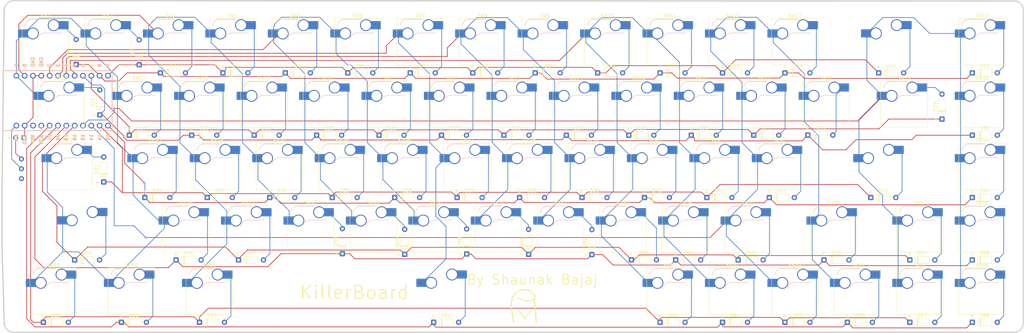
<source format=kicad_pcb>
(kicad_pcb (version 20241229) (generator "pcbnew") (generator_version "9.0")
  (layers (0 "F.Cu" signal) (2 "B.Cu" signal) (13 "F.Paste" user) (15 "B.Paste" user) (5 "F.SilkS" user "F.Silkscreen") (7 "B.SilkS" user "B.Silkscreen") (1 "F.Mask" user) (3 "B.Mask" user) (25 "Edge.Cuts" user))
  (net 0 "")
  (net 1 "Net-(D1-A)")
  (net 2 "Row0")
  (net 3 "Row1")
  (net 4 "Net-(D2-A)")
  (net 5 "Net-(D3-A)")
  (net 6 "Net-(D4-A)")
  (net 7 "Net-(D5-A)")
  (net 8 "Net-(D6-A)")
  (net 9 "Net-(D7-A)")
  (net 10 "Net-(D8-A)")
  (net 11 "Net-(D9-A)")
  (net 12 "Net-(D10-A)")
  (net 13 "Net-(D11-A)")
  (net 14 "Net-(D12-A)")
  (net 15 "Net-(D13-A)")
  (net 16 "Net-(D14-A)")
  (net 17 "Net-(D15-A)")
  (net 18 "Row2")
  (net 19 "Net-(D16-A)")
  (net 20 "Net-(D17-A)")
  (net 21 "Row3")
  (net 22 "Net-(D18-A)")
  (net 23 "Net-(D19-A)")
  (net 24 "Net-(D20-A)")
  (net 25 "Net-(D21-A)")
  (net 26 "Net-(D22-A)")
  (net 27 "Net-(D23-A)")
  (net 28 "Net-(D24-A)")
  (net 29 "Net-(D25-A)")
  (net 30 "Net-(D26-A)")
  (net 31 "Net-(D27-A)")
  (net 32 "Net-(D28-A)")
  (net 33 "Net-(D29-A)")
  (net 34 "Net-(D30-A)")
  (net 35 "Net-(D31-A)")
  (net 36 "Row4")
  (net 37 "Row5")
  (net 38 "Net-(D32-A)")
  (net 39 "Net-(D33-A)")
  (net 40 "Net-(D34-A)")
  (net 41 "Net-(D35-A)")
  (net 42 "Net-(D36-A)")
  (net 43 "Net-(D37-A)")
  (net 44 "Net-(D38-A)")
  (net 45 "Net-(D39-A)")
  (net 46 "Net-(D40-A)")
  (net 47 "Net-(D41-A)")
  (net 48 "Net-(D42-A)")
  (net 49 "Net-(D43-A)")
  (net 50 "Net-(D44-A)")
  (net 51 "Row6")
  (net 52 "Net-(D45-A)")
  (net 53 "Row7")
  (net 54 "Net-(D46-A)")
  (net 55 "Net-(D47-A)")
  (net 56 "Net-(D48-A)")
  (net 57 "Net-(D49-A)")
  (net 58 "Net-(D50-A)")
  (net 59 "Net-(D51-A)")
  (net 60 "Net-(D52-A)")
  (net 61 "Net-(D53-A)")
  (net 62 "Net-(D54-A)")
  (net 63 "Net-(D55-A)")
  (net 64 "Net-(D56-A)")
  (net 65 "Net-(D57-A)")
  (net 66 "Net-(D58-A)")
  (net 67 "Row8")
  (net 68 "Net-(D59-A)")
  (net 69 "Row9")
  (net 70 "Net-(D60-A)")
  (net 71 "Net-(D61-A)")
  (net 72 "Net-(D62-A)")
  (net 73 "Net-(D63-A)")
  (net 74 "Net-(D64-A)")
  (net 75 "Net-(D65-A)")
  (net 76 "Net-(D66-A)")
  (net 77 "Net-(D67-A)")
  (net 78 "Net-(D68-A)")
  (net 79 "GND")
  (net 80 "Bat")
  (net 81 "Col0")
  (net 82 "Col1")
  (net 83 "Col2")
  (net 84 "Col3")
  (net 85 "Col4")
  (net 86 "Col5")
  (net 87 "Col6")
  (net 88 "Col7")
  (net 91 "Net-(J1-Pin_1)")
  (footprint "ScottoKeebs_Hotswap:Hotswap_MX_Plated_1.00u" (layer "F.Cu") (at 123.825 57.15)
    (property "Reference" "SW20")
    (property "Value" "SW_Push_45deg")
  )
  (footprint "ScottoKeebs_Hotswap:Hotswap_MX_Plated_1.00u" (layer "F.Cu") (at 128.5875 76.2)
    (property "Reference" "SW35")
    (property "Value" "SW_Push_45deg")
  )
  (footprint "ScottoKeebs_Hotswap:Hotswap_MX_Plated_1.25u" (layer "F.Cu") (at 64.29375 114.3)
    (property "Reference" "SW60")
    (property "Value" "fn_1.25u")
  )
  (footprint "ScottoKeebs_Hotswap:Hotswap_MX_Plated_1.00u" (layer "F.Cu") (at 85.725 57.15)
    (property "Reference" "SW18")
    (property "Value" "SW_Push_45deg")
  )
  (footprint "Diode_THT:D_DO-35_SOD27_P7.62mm_Horizontal" (layer "F.Cu") (at 158.925 66.65)
    (property "Reference" "D22")
    (property "Value" "1N4148")
  )
  (footprint "Diode_THT:D_DO-35_SOD27_P7.62mm_Horizontal" (layer "F.Cu") (at 204.8 103.12 90)
    (property "Reference" "D52")
    (property "Value" "1N4148")
  )
  (footprint "Diode_THT:D_DO-35_SOD27_P7.62mm_Horizontal" (layer "F.Cu") (at 61.29375 123.8)
    (property "Reference" "D60")
    (property "Value" "1N4148")
  )
  (footprint "ScottoKeebs_Hotswap:Hotswap_MX_Plated_1.00u" (layer "F.Cu") (at 285.75 114.3)
    (property "Reference" "SW66")
    (property "Value" "SW_Push_45deg")
  )
  (footprint "ScottoKeebs_Hotswap:Hotswap_MX_Plated_1.00u" (layer "F.Cu") (at 204.7875 76.2)
    (property "Reference" "SW39")
    (property "Value" "SW_Push_45deg")
  )
  (footprint "Diode_THT:D_DO-35_SOD27_P7.62mm_Horizontal" (layer "F.Cu") (at 54.7 60.42 90)
    (property "Reference" "D16")
    (property "Value" "1N4148")
  )
  (footprint "Diode_THT:D_DO-35_SOD27_P7.62mm_Horizontal" (layer "F.Cu") (at 320.85 104.75)
    (property "Reference" "D58")
    (property "Value" "1N4148")
  )
  (footprint "Diode_THT:D_DO-35_SOD27_P7.62mm_Horizontal" (layer "F.Cu") (at 220.8375 85.7)
    (property "Reference" "D40")
    (property "Value" "1N4148")
  )
  (footprint "ScottoKeebs_Hotswap:Hotswap_MX_Plated_1.00u" (layer "F.Cu") (at 100.0125 95.25)
    (property "Reference" "SW47")
    (property "Value" "SW_Push_45deg")
  )
  (footprint "ScottoKeebs_Hotswap:Hotswap_MX_Plated_1.00u" (layer "F.Cu") (at 95.25 38.1)
    (property "Reference" "SW4")
    (property "Value" "3")
  )
  (footprint "ScottoKeebs_Hotswap:Hotswap_MX_Plated_1.00u" (layer "F.Cu") (at 109.5375 76.2)
    (property "Reference" "SW34")
    (property "Value" "SW_Push_45deg")
  )
  (footprint "Diode_THT:D_DO-35_SOD27_P7.62mm_Horizontal" (layer "F.Cu") (at 144.6375 85.7)
    (property "Reference" "D36")
    (property "Value" "1N4148")
  )
  (footprint "ScottoKeebs_Hotswap:Hotswap_MX_Plated_1.00u" (layer "F.Cu") (at 214.3125 95.25)
    (property "Reference" "SW53")
    (property "Value" "SW_Push_45deg")
  )
  (footprint "ScottoKeebs_Hotswap:Hotswap_MX_Plated_1.00u" (layer "F.Cu") (at 323.85 38.1)
    (property "Reference" "SW15")
    (property "Value" "SW_Push_45deg")
  )
  (footprint "Diode_THT:D_DO-35_SOD27_P7.62mm_Horizontal" (layer "F.Cu") (at 177.975 66.65)
    (property "Reference" "D23")
    (property "Value" "1N4148")
  )
  (footprint "Diode_THT:D_DO-35_SOD27_P7.62mm_Horizontal" (layer "F.Cu") (at 225.6 47.6)
    (property "Reference" "D11")
    (property "Value" "1N4148")
  )
  (footprint "ScottoKeebs_Hotswap:Hotswap_MX_Plated_1.00u" (layer "F.Cu") (at 142.875 57.15)
    (property "Reference" "SW21")
    (property "Value" "SW_Push_45deg")
  )
  (footprint "Diode_THT:D_DO-35_SOD27_P7.62mm_Horizontal" (layer "F.Cu") (at 166.6 102.92 90)
    (property "Reference" "D50")
    (property "Value" "1N4148")
  )
  (footprint "ScottoKeebs_Scotto:MX_Hotswap_2.00u" (layer "F.Cu") (at 295.9 41.895)
    (property "Reference" "SW14" (hide yes))
    (property "Value" "Backpace_2u")
  )
  (footprint "ScottoKeebs_Hotswap:Hotswap_MX_Plated_1.75u" (layer "F.Cu") (at 278.60625 95.25)
    (property "Reference" "SW56")
    (property "Value" "R_Shift_1.75u")
  )
  (footprint "Diode_THT:D_DO-35_SOD27_P7.62mm_Horizontal" (layer "F.Cu") (at 263.7 123.8)
    (property "Reference" "D65")
    (property "Value" "1N4148")
  )
  (footprint "ScottoKeebs_Hotswap:Hotswap_MX_Plated_1.00u" (layer "F.Cu") (at 138.1125 95.25)
    (property "Reference" "SW49")
    (property "Value" "SW_Push_45deg")
  )
  (footprint "ScottoKeebs_Hotswap:Hotswap_MX_Plated_1.00u" (layer "F.Cu") (at 71.4375 76.2)
    (property "Reference" "SW32")
    (property "Value" "SW_Push_45deg")
  )
  (footprint "ScottoKeebs_Hotswap:Hotswap_MX_Plated_1.00u" (layer "F.Cu") (at 157.1625 95.25)
    (property "Reference" "SW50")
    (property "Value" "SW_Push_45deg")
  )
  (footprint "ScottoKeebs_Hotswap:Hotswap_MX_Plated_1.75u" (layer "F.Cu") (at 45.24375 76.2)
    (property "Reference" "SW31")
    (property "Value" "caps_1.75u")
  )
  (footprint "Diode_THT:D_DO-35_SOD27_P7.62mm_Horizontal" (layer "F.Cu") (at 301.8 104.75)
    (property "Reference" "D57")
    (property "Value" "1N4148")
  )
  (footprint "ScottoKeebs_Hotswap:Hotswap_MX_Plated_1.00u" (layer "F.Cu") (at 200.025 57.15)
    (property "Reference" "SW24")
    (property "Value" "SW_Push_45deg")
  )
  (footprint "Diode_THT:D_DO-35_SOD27_P7.62mm_Horizontal" (layer "F.Cu") (at 106.5375 85.7)
    (property "Reference" "D34")
    (property "Value" "1N4148")
  )
  (footprint "ScottoKeebs_Hotswap:Hotswap_MX_Plated_1.00u" (layer "F.Cu") (at 247.65 38.1)
    (property "Reference" "SW12")
    (property "Value" "-")
  )
  (footprint "Diode_THT:D_DO-35_SOD27_P7.62mm_Horizontal" (layer "F.Cu") (at 82.725 66.65)
    (property "Reference" "D18")
    (property "Value" "1N4148")
  )
  (footprint "Diode_THT:D_DO-35_SOD27_P7.62mm_Horizontal" (layer "F.Cu") (at 68.4375 85.7)
    (property "Reference" "D32")
    (property "Value" "1N4148")
  )
  (footprint "Diode_THT:D_DO-35_SOD27_P7.62mm_Horizontal" (layer "F.Cu") (at 258.9375 85.7)
    (property "Reference" "D42")
    (property "Value" "1N4148")
  )
  (footprint "Diode_THT:D_DO-35_SOD27_P7.62mm_Horizontal" (layer "F.Cu") (at 182.7375 85.7)
    (property "Reference" "D38")
    (property "Value" "1N4148")
  )
  (footprint "Diode_THT:D_DO-35_SOD27_P7.62mm_Horizontal" (layer "F.Cu") (at 156.54375 123.8)
    (property "Reference" "D62")
    (property "Value" "1N4148")
  )
  (footprint "ScottoKeebs_Hotswap:Hotswap_MX_Plated_1.00u" (layer "F.Cu") (at 185.7375 76.2)
    (property "Reference" "SW38")
    (property "Value" "SW_Push_45deg")
  )
  (footprint "ScottoKeebs_Hotswap:Hotswap_MX_Plated_1.00u" (layer "F.Cu") (at 76.2 38.1)
    (property "Reference" "SW3")
    (property "Value" "2")
  )
  (footprint "Diode_THT:D_DO-35_SOD27_P7.62mm_Horizontal" (layer "F.Cu") (at 216.88 104.7)
    (property "Reference" "D53")
    (property "Value" "1N4148")
  )
  (footprint "Diode_THT:D_DO-35_SOD27_P7.62mm_Horizontal" (layer "F.Cu") (at 263.7 47.6)
    (property "Reference" "D13")
    (property "Value" "1N4148")
  )
  (footprint "Diode_THT:D_DO-35_SOD27_P7.62mm_Horizontal" (layer "F.Cu") (at 92.25 47.6)
    (property "Reference" "D4")
    (property "Value" "1N4148")
  )
  (footprint "ScottoKeebs_Hotswap:Hotswap_MX_Plated_1.00u" (layer "F.Cu") (at 242.8875 76.2)
    (property "Reference" "SW41")
    (property "Value" "SW_Push_45deg")
  )
  (footprint "ScottoKeebs_Hotswap:Hotswap_MX_Plated_1.00u" (layer "F.Cu") (at 166.6875 76.2)
    (property "Reference" "SW37")
    (property "Value" "SW_Push_45deg")
  )
  (footprint "Diode_THT:D_DO-35_SOD27_P7.62mm_Horizontal" (layer "F.Cu") (at 244.65 47.6)
    (property "Reference" "D12")
    (property "Value" "1N4148")
  )
  (footprint "Diode_THT:D_DO-35_SOD27_P7.62mm_Horizontal" (layer "F.Cu") (at 201.7875 85.7)
    (property "Reference" "D39")
    (property "Value" "1N4148")
  )
  (footprint "ScottoKeebs_Scotto:MX_Hotswap_6.25u" (layer "F.Cu") (at 160.235 118.085)
    (property "Reference" "SW62" (hide yes))
    (property "Value" "space_6.25u" (hide yes))
  )
  (footprint "Diode_THT:D_DO-35_SOD27_P7.62mm_Horizontal" (layer "F.Cu") (at 125.5875 85.7)
    (property "Reference" "D35")
    (property "Value" "1N4148")
  )
  (footprint "ScottoKeebs_Hotswap:Hotswap_MX_Plated_1.00u" (layer "F.Cu") (at 190.5 38.1)
    (property "Reference" "SW9")
    (property "Value" "8")
  )
  (footprint "Diode_THT:D_DO-35_SOD27_P7.62mm_Horizontal" (layer "F.Cu") (at 289.89375 85.7)
    (property "Reference" "D43")
    (property "Value" "1N4148")
  )
  (footprint "Diode_THT:D_DO-35_SOD27_P7.62mm_Horizontal" (layer "F.Cu") (at 185.5 103.02 90)
    (property "Reference" "D51")
    (property "Value" "1N4148")
  )
  (footprint "ScottoKeebs_Hotswap:Hotswap_MX_Plated_1.00u" (layer "F.Cu") (at 80.9625 95.25)
    (property "Reference" "SW46")
    (property "Value" "SW_Push_45deg")
  )
  (footprint "Diode_THT:D_DO-35_SOD27_P7.62mm_Horizontal" (layer "F.Cu") (at 149.4 47.6)
    (property "Reference" "D7")
    (property "Value" "1N4148")
  )
  (footprint "ScottoKeebs_Hotswap:Hotswap_MX_Plated_1.00u" (layer "F.Cu") (at 252.4125 95.25)
    (property "Reference" "SW55")
    (property "Value" "SW_Push_45deg")
  )
  (footprint "Shaun:logo_15mm" (layer "F.Cu") (at 184 117.1)
    (property "Reference" "G***" (hide yes))
    (property "Value" "LOGO" (hide yes))
  )
  (footprint "ScottoKeebs_Hotswap:Hotswap_MX_Plated_1.00u" (layer "F.Cu") (at 323.85 76.2)
    (property "Reference" "SW44")
    (property "Value" "SW_Push_45deg")
  )
  (footprint "Diode_THT:D_DO-35_SOD27_P7.62mm_Horizontal" (layer "F.Cu") (at 320.85 85.7)
    (property "Reference" "D44")
    (property "Value" "1N4148")
  )
  (footprint "ScottoKeebs_Hotswap:Hotswap_MX_Plated_1.00u" (layer "F.Cu") (at 247.65 114.3)
    (property "Reference" "SW64")
    (property "Value" "SW_Push_45deg")
  )
  (footprint "Diode_THT:D_DO-35_SOD27_P7.62mm_Horizontal" (layer "F.Cu") (at 225.6 123.8)
    (property "Reference" "D63")
    (property "Value" "1N4148")
  )
  (footprint "Diode_THT:D_DO-35_SOD27_P7.62mm_Horizontal" (layer "F.Cu") (at 139.875 66.65)
    (property "Reference" "D21")
    (property "Value" "1N4148")
  )
  (footprint "ScottoKeebs_Hotswap:Hotswap_MX_Plated_1.00u" (layer "F.Cu") (at 323.85 95.25)
    (property "Reference" "SW58")
    (property "Value" "SW_Push_45deg")
  )
  (footprint "ScottoKeebs_Hotswap:Hotswap_MX_Plated_1.00u" (layer "F.Cu") (at 66.675 57.15)
    (property "Reference" "SW17")
    (property "Value" "SW_Push_45deg")
  )
  (footprint "ScottoKeebs_Hotswap:Hotswap_MX_Plated_1.00u" (layer "F.Cu") (at 114.3 38.1)
    (property "Reference" "SW5")
    (property "Value" "4")
  )
  (footprint "Diode_THT:D_DO-35_SOD27_P7.62mm_Horizontal" (layer "F.Cu") (at 230.3625 104.75)
    (property "Reference" "D54")
    (property "Value" "1N4148")
  )
  (footprint "ScottoKeebs_Hotswap:Hotswap_MX_Plated_1.00u" (layer "F.Cu") (at 238.125 57.15)
    (property "Reference" "SW26")
    (property "Value" "SW_Push_45deg")
  )
  (footprint "ScottoKeebs_Hotswap:Hotswap_MX_Plated_1.00u" (layer "F.Cu") (at 304.8 95.25)
    (property "Reference" "SW57")
    (property "Value" "SW_Push_45deg")
  )
  (footprint "ScottoKeebs_Hotswap:Hotswap_MX_Plated_1.25u" (layer "F.Cu") (at 40.48125 114.3)
    (property "Reference" "SW59")
    (property "Value" "l_ctrl_1.25u")
  )
  (footprint "Diode_THT:D_DO-35_SOD27_P7.62mm_Horizontal" (layer "F.Cu") (at 320.85 47.6)
    (property "Reference" "D15")
    (property "Value" "1N4148")
  )
  (footprint "ScottoKeebs_Hotswap:Hotswap_MX_Plated_1.00u" (layer "F.Cu") (at 323.85 114.3)
    (property "Reference" "SW68")
    (property "Value" "SW_Push_45deg")
  )
  (footprint "Diode_THT:D_DO-35_SOD27_P7.62mm_Horizontal" (layer "F.Cu") (at 206.55 47.6)
    (property "Reference" "D10")
    (property "Value" "1N4148")
  )
  (footprint "Diode_THT:D_DO-35_SOD27_P7.62mm_Horizontal" (layer "F.Cu") (at 85.10625 123.8)
    (property "Reference" "D61")
    (property "Value" "1N4148")
  )
  (footprint "Diode_THT:D_DO-35_SOD27_P7.62mm_Horizontal" (layer "F.Cu") (at 239.8875 85.7)
    (property "Reference" "D41")
    (property "Value" "1N4148")
  )
  (footprint "Diode_THT:D_DO-35_SOD27_P7.62mm_Horizontal" (layer "F.Cu") (at 197.025 66.65)
    (property "Reference" "D24")
    (property "Value" "1N4148")
  )
  (footprint "ScottoKeebs_Hotswap:Hotswap_MX_Plated_1.00u" (layer "F.Cu") (at 90.4875 76.2)
    (property "Reference" "SW33")
    (property "Value" "SW_Push_45deg")
  )
  (footprint "ScottoKeebs_Hotswap:Hotswap_MX_Plated_1.00u" (layer "F.Cu") (at 152.4 38.1)
    (property "Reference" "SW7")
    (property "Value" "6")
  )
  (footprint "Diode_THT:D_DO-35_SOD27_P7.62mm_Horizontal" (layer "F.Cu") (at 320.85 66.65)
    (property "Reference" "D30")
    (property "Value" "1N4148")
  )
  (footprint "Diode_THT:D_DO-35_SOD27_P7.62mm_Horizontal" (layer "F.Cu") (at 47.00625 104.75)
    (property "Reference" "D45")
    (property "Value" "1N4148")
  )
  (footprint "Diode_THT:D_DO-35_SOD27_P7.62mm_Horizontal" (layer "F.Cu") (at 87.4875 85.7)
    (property "Reference" "D33")
    (property "Value" "1N4148")
  )
  (footprint "ScottoKeebs_Hotswap:Hotswap_MX_Plated_1.00u" (layer "F.Cu") (at 161.925 57.15)
    (property "Reference" "SW22")
    (property "Value" "SW_Push_45deg")
  )
  (footprint "ScottoKeebs_Scotto:Battery" (layer "F.Cu") (at 30.3 67.4)
    (property "Reference" "J1" (hide yes))
    (property "Value" "Battery")
  )
  (footprint "ScottoKeebs_Hotswap:Hotswap_MX_Plated_1.00u" (layer "F.Cu") (at 171.45 38.1)
    (property "Reference" "SW8")
    (property "Value" "7")
  )
  (footprint "ScottoKeebs_Scotto:MX_Hotswap_2.25u" (layer "F.Cu") (at 293.5 80)
    (property "Reference" "SW43" (hide yes))
    (property "Value" "enter_2.25u")
  )
  (footprint "Diode_THT:D_DO-35_SOD27_P7.62mm_Horizontal" (layer "F.Cu") (at 301.8 123.8)
    (property "Reference" "D67")
    (property "Value" "1N4148")
  )
  (footprint "Diode_THT:D_DO-35_SOD27_P7.62mm_Horizontal" (layer "F.Cu") (at 37.48125 123.8)
    (property "Reference" "D59")
    (property "Value" "1N4148")
  )
  (footprint "ScottoKeebs_Hotswap:Hotswap_MX_Plated_1.25u" (layer "F.Cu") (at 88.10625 114.3)
    (property "Reference" "SW61")
    (property "Value" "l_alt_1.25u")
  )
  (footprint "ScottoKeebs_Hotswap:Hotswap_MX_Plated_1.00u" (layer "F.Cu") (at 176.2125 95.25)
    (property "Reference" "SW51")
    (property "Value" "SW_Push_45deg")
  )
  (footprint "Diode_THT:D_DO-35_SOD27_P7.62mm_Horizontal" (layer "F.Cu") (at 270.68 66.6)
    (property "Reference" "D28")
    (property "Value" "1N4148")
  )
  (footprint "Diode_THT:D_DO-35_SOD27_P7.62mm_Horizontal" (layer "F.Cu") (at 130.35 47.6)
    (property "Reference" "D6")
    (property "Value" "1N4148")
  )
  (footprint "ScottoKeebs_Hotswap:Hotswap_MX_Plated_1.00u" (layer "F.Cu") (at 266.7 114.3)
    (property "Reference" "SW65")
    (property "Value" "SW_Push_45deg")
  )
  (footprint "ScottoKeebs_Hotswap:Hotswap_MX_Plated_1.00u" (layer "F.Cu") (at 323.85 57.15)
    (property "Reference" "SW30")
    (property "Value" "SW_Push_45deg")
  )
  (footprint "Diode_THT:D_DO-35_SOD27_P7.62mm_Horizontal" (layer "F.Cu") (at 163.6875 85.7)
    (property "Reference" "D37")
    (property "Value" "1N4148")
  )
  (footprint "ScottoKeebs_Hotswap:Hotswap_MX_Plated_1.00u" (layer "F.Cu") (at 219.075 57.15)
    (property "Reference" "SW25")
    (property "Value" "SW_Push_45deg")
  )
  (footprint "ScottoKeebs_Hotswap:Hotswap_MX_Plated_1.00u" (layer "F.Cu") (at 133.35 38.1)
    (property "Reference" "SW6")
    (property "Value" "5")
  )
  (footprint "ScottoKeebs_Hotswap:Hotswap_MX_Plated_1.00u" (layer "F.Cu") (at 228.6 114.3)
    (property "Reference" "SW63")
    (property "Value" "SW_Push_45deg")
  )
  (footprint "ScottoKeebs_Hotswap:Hotswap_MX_Plated_1.00u" (layer "F.Cu") (at 209.55 38.1)
    (property "Reference" "SW10")
    (property "Value" "9")
  )
  (footprint "Diode_THT:D_DO-35_SOD27_P7.62mm_Horizontal" (layer "F.Cu") (at 168.45 47.6)
    (property "Reference" "D8")
    (property "Value" "1N4148")
  )
  (footprint "Diode_THT:D_DO-35_SOD27_P7.62mm_Horizontal" (layer "F.Cu") (at 97.0125 104.75)
    (property "Reference" "D47")
    (property "Value" "1N4148")
  )
  (footprint "Diode_THT:D_DO-35_SOD27_P7.62mm_Horizontal" (layer "F.Cu") (at 249.4125 104.75)
    (property "Reference" "D55")
    (property "Value" "1N4148")
  )
  (footprint "Diode_THT:D_DO-35_SOD27_P7.62mm_Horizontal" (layer "F.Cu") (at 63.675 66.65)
    (property "Reference" "D17")
    (property "Value" "1N4148")
  )
  (footprint "ScottoKeebs_Hotswap:Hotswap_MX_Plated_1.00u" (layer "F.Cu") (at 223.8375 76.2)
    (property "Reference" "SW40")
    (property "Value" "SW_Push_45deg")
  )
  (footprint "Diode_THT:D_DO-35_SOD27_P7.62mm_Horizontal" (layer "F.Cu") (at 128.7 102.82 90)
    (property "Reference" "D48")
    (property "Value" "1N4148")
  )
  (footprint "ScottoKeebs_Hotswap:Hotswap_MX_Plated_1.00u" (layer "F.Cu") (at 119.0625 95.25)
    (property "Reference" "SW48")
    (property "Value" "SW_Push_45deg")
  )
  (footprint "ScottoKeebs_Hotswap:Hotswap_MX_Plated_1.00u" (layer "F.Cu") (at 180.975 57.15)
    (property "Reference" "SW23")
    (property "Value" "SW_Push_45deg")
  )
  (footprint "Diode_THT:D_DO-35_SOD27_P7.62mm_Horizontal" (layer "F.Cu") (at 47.5 45.02 90)
    (property "Reference" "D1")
    (property "Value" "1N4148")
  )
  (footprint "ScottoKeebs_Hotswap:Hotswap_MX_Plated_1.50u" (layer "F.Cu") (at 42.8625 57.15)
    (property "Reference" "SW16")
    (property "Value" "tab_1.5u")
  )
  (footprint "ScottoKeebs_Hotswap:Hotswap_MX_Plated_1.00u" (layer "F.Cu") (at 147.6375 76.2)
    (property "Reference" "SW36")
    (property "Value" "SW_Push_45deg")
  )
  (footprint "ScottoKeebs_Hotswap:Hotswap_MX_Plated_1.00u" (layer "F.Cu") (at 266.7 38.1)
    (property "Reference" "SW13")
    (property "Value" "=")
  )
  (footprint "Diode_THT:D_DO-35_SOD27_P7.62mm_Horizontal" (layer "F.Cu") (at 66.7 45.12 90)
    (property "Reference" "D2")
    (property "Value" "1N4148")
  )
  (footprint "ScottoKeebs_Hotswap:Hotswap_MX_Plated_1.00u" (layer "F.Cu") (at 233.3625 95.25)
    (property "Reference" "SW54")
    (property "Value" "SW_Push_45deg")
  )
  (footprint "ScottoKeebs_Hotswap:Hotswap_MX_Plated_1.00u" (layer "F.Cu") (at 38.1 38.1)
    (property "Reference" "SW1")
    (property "Value" "esc")
  )
  (footprint "Diode_THT:D_DO-35_SOD27_P7.62mm_Horizontal" (layer "F.Cu") (at 73.2 47.6)
    (property "Reference" "D3")
    (property "Value" "1N4148")
  )
  (footprint "ScottoKeebs_Hotswap:Hotswap_MX_Plated_1.00u" (layer "F.Cu") (at 257.175 57.15)
    (property "Reference" "SW27")
    (property "Value" "SW_Push_45deg")
  )
  (footprint "Diode_THT:D_DO-35_SOD27_P7.62mm_Horizontal" (layer "F.Cu") (at 235.125 66.65)
    (property "Reference" "D26")
    (property "Value" "1N4148")
  )
  (footprint "ScottoKeebs_Hotswap:Hotswap_MX_Plated_1.00u" (layer "F.Cu") (at 304.8 114.3)
    (property "Reference" "SW67")
    (property "Value" "SW_Push_45deg")
  )
  (footprint "Diode_THT:D_DO-35_SOD27_P7.62mm_Horizontal" (layer "F.Cu") (at 275.60625 104.75)
    (property "Reference" "D56")
    (property "Value" "1N4148")
  )
  (footprint "ScottoKeebs_Scotto:MX_Hotswap_2.25u" (layer "F.Cu") (at 50.6 99)
    (property "Reference" "SW45" (hide yes))
    (property "Value" "l_shift_2.25u")
  )
  (footprint "ScottoKeebs_Hotswap:Hotswap_MX_Plated_1.50u" (layer "F.Cu") (at 300.0375 57.15)
    (property "Reference" "SW29")
    (property "Value" "\\_1.5u")
  )
  (footprint "Diode_THT:D_DO-35_SOD27_P7.62mm_Horizontal" (layer "F.Cu") (at 101.775 66.65)
    (property "Reference" "D19")
    (property "Value" "1N4148")
  )
  (footprint "ScottoKeebs_Hotswap:Hotswap_MX_Plated_1.00u" (layer "F.Cu") (at 57.15 38.1)
    (property "Reference" "SW2")
    (property "Value" "1")
  )
  (footprint "ScottoKeebs_Hotswap:Hotswap_MX_Plated_1.00u" (layer "F.Cu") (at 228.6 38.1)
    (property "Reference" "SW11")
    (property "Value" "0")
  )
  (footprint "ScottoKeebs_Hotswap:Hotswap_MX_Plated_1.00u" (layer "F.Cu") (at 104.775 57.15)
    (property "Reference" "SW19")
    (property "Value" "SW_Push_45deg")
  )
  (footprint "Diode_THT:D_DO-35_SOD27_P7.62mm_Horizontal" (layer "F.Cu") (at 187.5 47.6)
    (property "Reference" "D9")
    (property "Value" "1N4148")
  )
  (footprint "Diode_THT:D_DO-35_SOD27_P7.62mm_Horizontal" (layer "F.Cu") (at 147.7 103.02 90)
    (property "Reference" "D49")
    (property "Value" "1N4148")
  )
  (footprint "ScottoKeebs_Hotswap:Hotswap_MX_Plated_1.00u" (layer "F.Cu") (at 261.9375 76.2)
    (property "Reference" "SW42")
    (property "Value" "SW_Push_45deg")
  )
  (footprint "Diode_THT:D_DO-35_SOD27_P7.62mm_Horizontal" (layer "F.Cu") (at 244.65 123.8)
    (property "Reference" "D64")
    (property "Value" "1N4148")
  )
  (footprint "Diode_THT:D_DO-35_SOD27_P7.62mm_Horizontal" (layer "F.Cu") (at 282.75 123.8)
    (property "Reference" "D66")
    (property "Value" "1N4148")
  )
  (footprint "Diode_THT:D_DO-35_SOD27_P7.62mm_Horizontal" (layer "F.Cu") (at 254.175 66.65)
    (property "Reference" "D27")
    (property "Value" "1N4148")
  )
  (footprint "ScottoKeebs_Hotswap:Hotswap_MX_Plated_1.00u" (layer "F.Cu") (at 195.2625 95.25)
    (property "Reference" "SW52")
    (property "Value" "SW_Push_45deg")
  )
  (footprint "Diode_THT:D_DO-35_SOD27_P7.62mm_Horizontal" (layer "F.Cu") (at 216.075 66.65)
    (property "Reference" "D25")
    (property "Value" "1N4148")
  )
  (footprint "Diode_THT:D_DO-35_SOD27_P7.62mm_Horizontal" (layer "F.Cu") (at 111.3 47.6)
    (property "Reference" "D5")
    (property "Value" "1N4148")
  )
  (footprint "Diode_THT:D_DO-35_SOD27_P7.62mm_Horizontal" (layer "F.Cu") (at 77.9625 104.75)
    (property "Reference" "D46")
    (property "Value" "1N4148")
  )
  (footprint "Diode_THT:D_DO-35_SOD27_P7.62mm_Horizontal" (layer "F.Cu") (at 320.85 123.8)
    (property "Reference" "D68")
    (property "Value" "1N4148")
  )
  (footprint "ScottoKeebs_Hotswap:Hotswap_MX_Plated_1.00u" (layer "F.Cu") (at 276.225 57.15)
    (property "Reference" "SW28")
    (property "Value" "SW_Push_45deg")
  )
  (footprint "Diode_THT:D_DO-35_SOD27_P7.62mm_Horizontal" (layer "F.Cu") (at 311.6 61.71 90)
    (property "Reference" "D29")
    (property "Value" "1N4148")
  )
  (footprint "Diode_THT:D_DO-35_SOD27_P7.62mm_Horizontal" (layer "F.Cu") (at 292.275 47.6)
    (property "Reference" "D14")
    (property "Value" "1N4148")
  )
  (footprint "Diode_THT:D_DO-35_SOD27_P7.62mm_Horizontal" (layer "F.Cu") (at 55.9 80.92 90)
    (property "Reference" "D31")
    (property "Value" "1N4148")
  )
  (footprint "Diode_THT:D_DO-35_SOD27_P7.62mm_Horizontal" (layer "F.Cu") (at 120.825 66.65)
    (property "Reference" "D20")
    (property "Value" "1N4148")
  )
  (footprint "ScottoKeebs_MCU:Nice_Nano_V2" (layer "B.Cu") (at 42.93 56.08 -90)
    (property "Reference" "U1" (hide yes))
    (property "Value" "Nice_Nano_V2" (hide yes))
  )
  (footprint "Shaun:Switch_K3-1204D" (layer "B.Cu") (at 30.8 76.9 -90)
    (property "Reference" "SW69" (hide yes))
    (property "Value" "SW_SPDT" (hide yes))
  )
  (gr_line (start 334.406564 25.664974) (end 335.199563 26.086212) (stroke (width 0.4)) (layer "Edge.Cuts"))
  (gr_line (start 336.425 124.442448) (end 335.968277 125.545074) (stroke (width 0.4)) (layer "Edge.Cuts"))
  (gr_line (start 25.532206 27.931158) (end 25.988282 26.848366) (stroke (width 0.4)) (layer "Edge.Cuts"))
  (gr_line (start 25.997012 125.560364) (end 25.542126 124.503905) (stroke (width 0.4)) (layer "Edge.Cuts"))
  (gr_line (start 335.968277 26.854926) (end 336.425 27.957552) (stroke (width 0.4)) (layer "Edge.Cuts"))
  (gr_line (start 333.992448 126.875) (end 27.957552 126.875) (stroke (width 0.4)) (layer "Edge.Cuts"))
  (gr_line (start 24.89 81.876432) (end 25.532206 27.931158) (stroke (width 0.4)) (layer "Edge.Cuts"))
  (gr_line (start 24.89 101.02737) (end 24.89 81.876432) (stroke (width 0.4)) (layer "Edge.Cuts"))
  (gr_line (start 27.92337 25.534375) (end 334.406564 25.664974) (stroke (width 0.4)) (layer "Edge.Cuts"))
  (gr_line (start 27.957552 126.875) (end 26.854926 126.418277) (stroke (width 0.4)) (layer "Edge.Cuts"))
  (gr_line (start 25.542126 124.503905) (end 24.89 101.02737) (stroke (width 0.4)) (layer "Edge.Cuts"))
  (gr_line (start 25.988282 26.848366) (end 26.846429 25.990219) (stroke (width 0.4)) (layer "Edge.Cuts"))
  (gr_line (start 335.968277 125.545074) (end 335.095074 126.418277) (stroke (width 0.4)) (layer "Edge.Cuts"))
  (gr_line (start 26.854926 126.418277) (end 25.997012 125.560364) (stroke (width 0.4)) (layer "Edge.Cuts"))
  (gr_line (start 335.095074 126.418277) (end 333.992448 126.875) (stroke (width 0.4)) (layer "Edge.Cuts"))
  (gr_line (start 26.846429 25.990219) (end 27.92337 25.534375) (stroke (width 0.4)) (layer "Edge.Cuts"))
  (gr_line (start 335.199563 26.086212) (end 335.968277 26.854926) (stroke (width 0.4)) (layer "Edge.Cuts"))
  (gr_line (start 336.425 27.957552) (end 336.425 124.442448) (stroke (width 0.4)) (layer "Edge.Cuts"))
  (gr_text "By Shaunak Bajaj" (at 166.4 112.5 0) (layer "F.SilkS") (effects (font (size 3 3) (thickness 0.3)) (justify left bottom)))
  (gr_text "KillerBoard" (at 115.4 117 0) (layer "F.SilkS") (effects (font (size 4 4) (thickness 0.4)) (justify left bottom)))
  (segment (start 43.42 33.02) (end 47.5 37.1) (width 0.2) (layer "B.Cu") (net 1))
  (segment (start 47.5 37.1) (end 47.5 37.4) (width 0.2) (layer "B.Cu") (net 1))
  (segment (start 229.2 47.6) (end 225.6 47.6) (width 0.2) (layer "F.Cu") (net 2))
  (segment (start 111.3 47.7) (end 111.3 47.6) (width 0.2) (layer "F.Cu") (net 2))
  (segment (start 54.64 48.46) (end 56.28 50.1) (width 0.2) (layer "F.Cu") (net 2))
  (segment (start 185.8 49.3) (end 151.1 49.3) (width 0.2) (layer "F.Cu") (net 2))
  (segment (start 320.85 47.6) (end 319.15 49.3) (width 0.2) (layer "F.Cu") (net 2))
  (segment (start 230.8 49.2) (end 229.2 47.6) (width 0.2) (layer "F.Cu") (net 2))
  (segment (start 51.2 45.02) (end 54.64 48.46) (width 0.2) (layer "F.Cu") (net 2))
  (segment (start 110.199 48.701) (end 74.301 48.701) (width 0.2) (layer "F.Cu") (net 2))
  (segment (start 60.5 50.1) (end 63 47.6) (width 0.2) (layer "F.Cu") (net 2))
  (segment (start 151.1 49.3) (end 149.4 47.6) (width 0.2) (layer "F.Cu") (net 2))
  (segment (start 223.7 49.5) (end 191.1 49.5) (width 0.2) (layer "F.Cu") (net 2))
  (segment (start 47.5 45.02) (end 51.2 45.02) (width 0.2) (layer "F.Cu") (net 2))
  (segment (start 191.1 49.5) (end 189.2 47.6) (width 0.2) (layer "F.Cu") (net 2))
  (segment (start 319.15 49.3) (end 269.6 49.3) (width 0.2) (layer "F.Cu") (net 2))
  (segment (start 56.28 50.1) (end 60.5 50.1) (width 0.2) (layer "F.Cu") (net 2))
  (segment (start 225.6 47.6) (end 223.7 49.5) (width 0.2) (layer "F.Cu") (net 2))
  (segment (start 269.6 49.3) (end 267.9 47.6) (width 0.2) (layer "F.Cu") (net 2))
  (segment (start 111.3 47.6) (end 110.199 48.701) (width 0.2) (layer "F.Cu") (net 2))
  (segment (start 74.301 48.701) (end 73.2 47.6) (width 0.2) (layer "F.Cu") (net 2))
  (segment (start 267.9 47.6) (end 263.7 47.6) (width 0.2) (layer "F.Cu") (net 2))
  (segment (start 112.9 49.3) (end 111.3 47.7) (width 0.2) (layer "F.Cu") (net 2))
  (segment (start 187.5 47.6) (end 185.8 49.3) (width 0.2) (layer "F.Cu") (net 2))
  (segment (start 189.2 47.6) (end 187.5 47.6) (width 0.2) (layer "F.Cu") (net 2))
  (segment (start 262.1 49.2) (end 230.8 49.2) (width 0.2) (layer "F.Cu") (net 2))
  (segment (start 149.4 47.6) (end 147.7 49.3) (width 0.2) (layer "F.Cu") (net 2))
  (segment (start 147.7 49.3) (end 112.9 49.3) (width 0.2) (layer "F.Cu") (net 2))
  (segment (start 263.7 47.6) (end 262.1 49.2) (width 0.2) (layer "F.Cu") (net 2))
  (segment (start 63 47.6) (end 73.2 47.6) (width 0.2) (layer "F.Cu") (net 2))
  (segment (start 166.85 46) (end 131.9 46) (width 0.2) (layer "F.Cu") (net 3))
  (segment (start 169.3 46.75) (end 169.3 46.7) (width 0.2) (layer "F.Cu") (net 3))
  (segment (start 128.65 45.9) (end 93.1 45.9) (width 0.2) (layer "F.Cu") (net 3))
  (segment (start 93.1 46.75) (end 92.25 47.6) (width 0.2) (layer "F.Cu") (net 3))
  (segment (start 66.7 45.12) (end 60.52 45.12) (width 0.2) (layer "F.Cu") (net 3))
  (segment (start 169.3 46.7) (end 170.1 45.9) (width 0.2) (layer "F.Cu") (net 3))
  (segment (start 168.45 47.6) (end 166.85 46) (width 0.2) (layer "F.Cu") (net 3))
  (segment (start 206.55 47.6) (end 204.85 45.9) (width 0.2) (layer "F.Cu") (net 3))
  (segment (start 292.275 47.6) (end 288.275 43.6) (width 0.2) (layer "F.Cu") (net 3))
  (segment (start 242.45 45.4) (end 211.3 45.4) (width 0.2) (layer "F.Cu") (net 3))
  (segment (start 92.25 47.6) (end 89.77 45.12) (width 0.2) (layer "F.Cu") (net 3))
  (segment (start 288.275 43.6) (end 248.65 43.6) (width 0.2) (layer "F.Cu") (net 3))
  (segment (start 248.65 43.6) (end 244.65 47.6) (width 0.2) (layer "F.Cu") (net 3))
  (segment (start 209.1 47.6) (end 206.55 47.6) (width 0.2) (layer "F.Cu") (net 3))
  (segment (start 169.3 46.75) (end 168.45 47.6) (width 0.2) (layer "F.Cu") (net 3))
  (segment (start 204.85 45.9) (end 170.1 45.9) (width 0.2) (layer "F.Cu") (net 3))
  (segment (start 131.7 46.25) (end 130.35 47.6) (width 0.2) (layer "F.Cu") (net 3))
  (segment (start 211.3 45.4) (end 209.1 47.6) (width 0.2) (layer "F.Cu") (net 3))
  (segment (start 89.77 45.12) (end 66.7 45.12) (width 0.2) (layer "F.Cu") (net 3))
  (segment (start 130.35 47.6) (end 128.65 45.9) (width 0.2) (layer "F.Cu") (net 3))
  (segment (start 244.65 47.6) (end 242.45 45.4) (width 0.2) (layer "F.Cu") (net 3))
  (segment (start 131.7 46.25) (end 131.7 46.2) (width 0.2) (layer "F.Cu") (net 3))
  (segment (start 93.1 45.9) (end 93.1 46.75) (width 0.2) (layer "F.Cu") (net 3))
  (segment (start 131.7 46.2) (end 131.9 46) (width 0.2) (layer "F.Cu") (net 3))
  (segment (start 60.52 45.12) (end 57.18 48.46) (width 0.2) (layer "F.Cu") (net 3))
  (segment (start 66.7 37.25) (end 66.7 37.5) (width 0.2) (layer "B.Cu") (net 4))
  (segment (start 62.47 33.02) (end 66.7 37.25) (width 0.2) (layer "B.Cu") (net 4))
  (segment (start 81.52 33.02) (end 82.77 34.27) (width 0.2) (layer "B.Cu") (net 5))
  (segment (start 82.77 34.27) (end 82.77 45.65) (width 0.2) (layer "B.Cu") (net 5))
  (segment (start 82.77 45.65) (end 80.82 47.6) (width 0.2) (layer "B.Cu") (net 5))
  (segment (start 101.82 34.27) (end 101.82 45.65) (width 0.2) (layer "B.Cu") (net 6))
  (segment (start 100.57 33.02) (end 101.82 34.27) (width 0.2) (layer "B.Cu") (net 6))
  (segment (start 101.82 45.65) (end 99.87 47.6) (width 0.2) (layer "B.Cu") (net 6))
  (segment (start 120.87 45.65) (end 118.92 47.6) (width 0.2) (layer "B.Cu") (net 7))
  (segment (start 120.87 34.27) (end 120.87 45.65) (width 0.2) (layer "B.Cu") (net 7))
  (segment (start 119.62 33.02) (end 120.87 34.27) (width 0.2) (layer "B.Cu") (net 7))
  (segment (start 138.67 33.02) (end 139.7 34.05) (width 0.2) (layer "B.Cu") (net 8))
  (segment (start 139.7 45.87) (end 137.97 47.6) (width 0.2) (layer "B.Cu") (net 8))
  (segment (start 139.7 34.05) (end 139.7 45.87) (width 0.2) (layer "B.Cu") (net 8))
  (segment (start 158.97 34.27) (end 158.97 45.65) (width 0.2) (layer "B.Cu") (net 9))
  (segment (start 158.97 45.65) (end 157.02 47.6) (width 0.2) (layer "B.Cu") (net 9))
  (segment (start 157.72 33.02) (end 158.97 34.27) (width 0.2) (layer "B.Cu") (net 9))
  (segment (start 176.77 33.02) (end 178.02 34.27) (width 0.2) (layer "B.Cu") (net 10))
  (segment (start 178.02 45.65) (end 176.07 47.6) (width 0.2) (layer "B.Cu") (net 10))
  (segment (start 178.02 34.27) (end 178.02 45.65) (width 0.2) (layer "B.Cu") (net 10))
  (segment (start 197.07 45.65) (end 195.12 47.6) (width 0.2) (layer "B.Cu") (net 11))
  (segment (start 195.82 33.02) (end 197.07 34.27) (width 0.2) (layer "B.Cu") (net 11))
  (segment (start 197.07 34.27) (end 197.07 45.65) (width 0.2) (layer "B.Cu") (net 11))
  (segment (start 214.87 33.02) (end 216.12 34.27) (width 0.2) (layer "B.Cu") (net 12))
  (segment (start 216.12 34.27) (end 216.12 45.65) (width 0.2) (layer "B.Cu") (net 12))
  (segment (start 216.12 45.65) (end 214.17 47.6) (width 0.2) (layer "B.Cu") (net 12))
  (segment (start 235.17 45.65) (end 233.22 47.6) (width 0.2) (layer "B.Cu") (net 13))
  (segment (start 233.92 33.02) (end 235.17 34.27) (width 0.2) (layer "B.Cu") (net 13))
  (segment (start 235.17 34.27) (end 235.17 45.65) (width 0.2) (layer "B.Cu") (net 13))
  (segment (start 254.22 34.27) (end 254.22 45.65) (width 0.2) (layer "B.Cu") (net 14))
  (segment (start 252.97 33.02) (end 254.22 34.27) (width 0.2) (layer "B.Cu") (net 14))
  (segment (start 254.22 45.65) (end 252.27 47.6) (width 0.2) (layer "B.Cu") (net 14))
  (segment (start 273.27 45.65) (end 271.32 47.6) (width 0.2) (layer "B.Cu") (net 15))
  (segment (start 272.02 33.02) (end 273.27 34.27) (width 0.2) (layer "B.Cu") (net 15))
  (segment (start 273.27 34.27) (end 273.27 45.65) (width 0.2) (layer "B.Cu") (net 15))
  (segment (start 301.835 45.66) (end 299.895 47.6) (width 0.2) (layer "B.Cu") (net 16))
  (segment (start 301.835 34.255) (end 301.835 45.66) (width 0.2) (layer "B.Cu") (net 16))
  (segment (start 300.585 33.005) (end 301.835 34.255) (width 0.2) (layer "B.Cu") (net 16))
  (segment (start 329.17 33.02) (end 330.42 34.27) (width 0.2) (layer "B.Cu") (net 17))
  (segment (start 330.42 34.27) (end 330.42 45.65) (width 0.2) (layer "B.Cu") (net 17))
  (segment (start 330.42 45.65) (end 328.47 47.6) (width 0.2) (layer "B.Cu") (net 17))
  (segment (start 84.85 66.65) (end 82.725 66.65) (width 0.2) (layer "F.Cu") (net 18))
  (segment (start 122 68.1) (end 122 67.825) (width 0.2) (layer "F.Cu") (net 18))
  (segment (start 236.1 67.625) (end 236.1 68.2) (width 0.2) (layer "F.Cu") (net 18))
  (segment (start 197.025 66.65) (end 195.675 68) (width 0.2) (layer "F.Cu") (net 18))
  (segment (start 86.3 68.1) (end 84.85 66.65) (width 0.2) (layer "F.Cu") (net 18))
  (segment (start 275.18 71.1) (end 270.68 66.6) (width 0.2) (layer "F.Cu") (net 18))
  (segment (start 285.4 68) (end 282.3 71.1) (width 0.2) (layer "F.Cu") (net 18))
  (segment (start 158.925 66.65) (end 157.475 68.1) (width 0.2) (layer "F.Cu") (net 18))
  (segment (start 55.564954 60.42) (end 62 66.855046) (width 0.2) (layer "F.Cu") (net 18))
  (segment (start 54.7 60.42) (end 55.564954 60.42) (width 0.2) (layer "F.Cu") (net 18))
  (segment (start 236.1 67.625) (end 235.125 66.65) (width 0.2) (layer "F.Cu") (net 18))
  (segment (start 158.925 66.725) (end 158.925 66.65) (width 0.2) (layer "F.Cu") (net 18))
  (segment (start 268.88 68.4) (end 236.3 68.4) (width 0.2) (layer "F.Cu") (net 18))
  (segment (start 80.15 66.65) (end 82.725 66.65) (width 0.2) (layer "F.Cu") (net 18))
  (segment (start 62 67.3) (end 62.9 68.2) (width 0.2) (layer "F.Cu") (net 18))
  (segment (start 303.75 66.65) (end 302.4 68) (width 0.2) (layer "F.Cu") (net 18))
  (segment (start 236.1 68.2) (end 236.3 68.4) (width 0.2) (layer "F.Cu") (net 18))
  (segment (start 270.68 66.6) (end 268.88 68.4) (width 0.2) (layer "F.Cu") (net 18))
  (segment (start 320.85 66.65) (end 303.75 66.65) (width 0.2) (layer "F.Cu") (net 18))
  (segment (start 62 66.855046) (end 62 67.3) (width 0.2) (layer "F.Cu") (net 18))
  (segment (start 120.825 66.65) (end 119.375 68.1) (width 0.2) (layer "F.Cu") (net 18))
  (segment (start 62.9 68.2) (end 78.6 68.2) (width 0.2) (layer "F.Cu") (net 18))
  (segment (start 302.4 68) (end 285.4 68) (width 0.2) (layer "F.Cu") (net 18))
  (segment (start 157.475 68.1) (end 122 68.1) (width 0.2) (layer "F.Cu") (net 18))
  (segment (start 119.375 68.1) (end 86.3 68.1) (width 0.2) (layer "F.Cu") (net 18))
  (segment (start 282.3 71.1) (end 275.18 71.1) (width 0.2) (layer "F.Cu") (net 18))
  (segment (start 122 67.825) (end 120.825 66.65) (width 0.2) (layer "F.Cu") (net 18))
  (segment (start 235.125 66.65) (end 233.475 68.3) (width 0.2) (layer "F.Cu") (net 18))
  (segment (start 78.6 68.2) (end 80.15 66.65) (width 0.2) (layer "F.Cu") (net 18))
  (segment (start 198.675 68.3) (end 197.025 66.65) (width 0.2) (layer "F.Cu") (net 18))
  (segment (start 160.2 68) (end 158.925 66.725) (width 0.2) (layer "F.Cu") (net 18))
  (segment (start 195.675 68) (end 160.2 68) (width 0.2) (layer "F.Cu") (net 18))
  (segment (start 233.475 68.3) (end 198.675 68.3) (width 0.2) (layer "F.Cu") (net 18))
  (segment (start 55 51.3) (end 52.4 51.3) (width 0.2) (layer "B.Cu") (net 18))
  (segment (start 52.4 51.3) (end 49.56 48.46) (width 0.2) (layer "B.Cu") (net 18))
  (segment (start 56.2 58.92) (end 56.2 52.5) (width 0.2) (layer "B.Cu") (net 18))
  (segment (start 56.2 52.5) (end 55 51.3) (width 0.2) (layer "B.Cu") (net 18))
  (segment (start 54.7 60.42) (end 56.2 58.92) (width 0.2) (layer "B.Cu") (net 18))
  (segment (start 53.97 52.07) (end 54.7 52.8) (width 0.2) (layer "B.Cu") (net 19))
  (segment (start 48.1825 52.07) (end 53.97 52.07) (width 0.2) (layer "B.Cu") (net 19))
  (segment (start 73.245 64.7) (end 71.295 66.65) (width 0.2) (layer "B.Cu") (net 20))
  (segment (start 71.995 52.07) (end 73.245 53.32) (width 0.2) (layer "B.Cu") (net 20))
  (segment (start 73.245 53.32) (end 73.245 64.7) (width 0.2) (layer "B.Cu") (net 20))
  (segment (start 138.225 65) (end 103.425 65) (width 0.2) (layer "F.Cu") (net 21))
  (segment (start 176.325 65) (end 141.2 65) (width 0.2) (layer "F.Cu") (net 21))
  (segment (start 217.825 64.9) (end 252.425 64.9) (width 0.2) (layer "F.Cu") (net 21))
  (segment (start 256.1 64.725) (end 254.175 66.65) (width 0.2) (layer "F.Cu") (net 21))
  (segment (start 139.875 66.325) (end 139.875 66.65) (width 0.2) (layer "F.Cu") (net 21))
  (segment (start 295.38 61.71) (end 311.6 61.71) (width 0.2) (layer "F.Cu") (net 21))
  (segment (start 101.775 66.65) (end 100.125 65) (width 0.2) (layer "F.Cu") (net 21))
  (segment (start 65.325 65) (end 63.675 66.65) (width 0.2) (layer "F.Cu") (net 21))
  (segment (start 179.6 65.025) (end 177.975 66.65) (width 0.2) (layer "F.Cu") (net 21))
  (segment (start 256.1 64.7) (end 256.1 64.725) (width 0.2) (layer "F.Cu") (net 21))
  (segment (start 252.425 64.9) (end 254.175 66.65) (width 0.2) (layer "F.Cu") (net 21))
  (segment (start 63.675 64.075) (end 63.675 66.65) (width 0.2) (layer "F.Cu") (net 21))
  (segment (start 103.425 65) (end 101.775 66.65) (width 0.2) (layer "F.Cu") (net 21))
  (segment (start 52.1 52.5) (end 63.675 64.075) (width 0.2) (layer "F.Cu") (net 21))
  (segment (start 216.075 66.65) (end 214.425 65) (width 0.2) (layer "F.Cu") (net 21))
  (segment (start 141.2 65) (end 139.875 66.325) (width 0.2) (layer "F.Cu") (net 21))
  (segment (start 100.125 65) (end 65.325 65) (width 0.2) (layer "F.Cu") (net 21))
  (segment (start 52.1 48.46) (end 52.1 52.5) (width 0.2) (layer "F.Cu") (net 21))
  (segment (start 216.075 66.65) (end 217.825 64.9) (width 0.2) (layer "F.Cu") (net 21))
  (segment (start 292.39 64.7) (end 256.1 64.7) (width 0.2) (layer "F.Cu") (net 21))
  (segment (start 292.39 64.7) (end 295.38 61.71) (width 0.2) (layer "F.Cu") (net 21))
  (segment (start 177.975 66.65) (end 176.325 65) (width 0.2) (layer "F.Cu") (net 21))
  (segment (start 179.6 65) (end 179.6 65.025) (width 0.2) (layer "F.Cu") (net 21))
  (segment (start 139.875 66.65) (end 138.225 65) (width 0.2) (layer "F.Cu") (net 21))
  (segment (start 214.425 65) (end 179.6 65) (width 0.2) (layer "F.Cu") (net 21))
  (segment (start 92.295 53.32) (end 92.295 64.7) (width 0.2) (layer "B.Cu") (net 22))
  (segment (start 91.045 52.07) (end 92.295 53.32) (width 0.2) (layer "B.Cu") (net 22))
  (segment (start 92.295 64.7) (end 90.345 66.65) (width 0.2) (layer "B.Cu") (net 22))
  (segment (start 111.345 53.32) (end 111.345 64.7) (width 0.2) (layer "B.Cu") (net 23))
  (segment (start 111.345 64.7) (end 109.395 66.65) (width 0.2) (layer "B.Cu") (net 23))
  (segment (start 110.095 52.07) (end 111.345 53.32) (width 0.2) (layer "B.Cu") (net 23))
  (segment (start 130.395 64.7) (end 128.445 66.65) (width 0.2) (layer "B.Cu") (net 24))
  (segment (start 130.395 53.32) (end 130.395 64.7) (width 0.2) (layer "B.Cu") (net 24))
  (segment (start 129.145 52.07) (end 130.395 53.32) (width 0.2) (layer "B.Cu") (net 24))
  (segment (start 149.445 64.7) (end 147.495 66.65) (width 0.2) (layer "B.Cu") (net 25))
  (segment (start 149.445 53.32) (end 149.445 64.7) (width 0.2) (layer "B.Cu") (net 25))
  (segment (start 148.195 52.07) (end 149.445 53.32) (width 0.2) (layer "B.Cu") (net 25))
  (segment (start 168.495 64.7) (end 166.545 66.65) (width 0.2) (layer "B.Cu") (net 26))
  (segment (start 168.495 53.32) (end 168.495 64.7) (width 0.2) (layer "B.Cu") (net 26))
  (segment (start 167.245 52.07) (end 168.495 53.32) (width 0.2) (layer "B.Cu") (net 26))
  (segment (start 187.545 64.7) (end 185.595 66.65) (width 0.2) (layer "B.Cu") (net 27))
  (segment (start 186.295 52.07) (end 187.545 53.32) (width 0.2) (layer "B.Cu") (net 27))
  (segment (start 187.545 53.32) (end 187.545 64.7) (width 0.2) (layer "B.Cu") (net 27))
  (segment (start 205.345 52.07) (end 206.595 53.32) (width 0.2) (layer "B.Cu") (net 28))
  (segment (start 206.595 53.32) (end 206.595 64.7) (width 0.2) (layer "B.Cu") (net 28))
  (segment (start 206.595 64.7) (end 204.645 66.65) (width 0.2) (layer "B.Cu") (net 28))
  (segment (start 225.645 64.7) (end 223.695 66.65) (width 0.2) (layer "B.Cu") (net 29))
  (segment (start 225.645 53.32) (end 225.645 64.7) (width 0.2) (layer "B.Cu") (net 29))
  (segment (start 224.395 52.07) (end 225.645 53.32) (width 0.2) (layer "B.Cu") (net 29))
  (segment (start 244.695 64.7) (end 242.745 66.65) (width 0.2) (layer "B.Cu") (net 30))
  (segment (start 243.445 52.07) (end 244.695 53.32) (width 0.2) (layer "B.Cu") (net 30))
  (segment (start 244.695 53.32) (end 244.695 64.7) (width 0.2) (layer "B.Cu") (net 30))
  (segment (start 263.745 53.32) (end 263.745 64.7) (width 0.2) (layer "B.Cu") (net 31))
  (segment (start 262.495 52.07) (end 263.745 53.32) (width 0.2) (layer "B.Cu") (net 31))
  (segment (start 263.745 64.7) (end 261.795 66.65) (width 0.2) (layer "B.Cu") (net 31))
  (segment (start 279.3 65.6) (end 279.3 54.315) (width 0.2) (layer "B.Cu") (net 32))
  (segment (start 278.3 66.6) (end 279.3 65.6) (width 0.2) (layer "B.Cu") (net 32))
  (segment (start 279.3 54.315) (end 281.545 52.07) (width 0.2) (layer "B.Cu") (net 32))
  (segment (start 305.3575 52.07) (end 309.58 52.07) (width 0.2) (layer "B.Cu") (net 33))
  (segment (start 309.58 52.07) (end 311.6 54.09) (width 0.2) (layer "B.Cu") (net 33))
  (segment (start 330.42 64.7) (end 328.47 66.65) (width 0.2) (layer "B.Cu") (net 34))
  (segment (start 329.17 52.07) (end 330.42 53.32) (width 0.2) (layer "B.Cu") (net 34))
  (segment (start 330.42 53.32) (end 330.42 64.7) (width 0.2) (layer "B.Cu") (net 34))
  (segment (start 52.74375 73.3) (end 50.56375 71.12) (width 0.2) (layer "B.Cu") (net 35))
  (segment (start 55.9 73.3) (end 52.74375 73.3) (width 0.2) (layer "B.Cu") (net 35))
  (segment (start 126.7 84) (end 125.5875 85.1125) (width 0.2) (layer "F.Cu") (net 36))
  (segment (start 55.9 80.92) (end 58.32 80.92) (width 0.2) (layer "F.Cu") (net 36))
  (segment (start 239.8875 85.7) (end 238.1875 84) (width 0.2) (layer "F.Cu") (net 36))
  (segment (start 54.64 63.7) (end 61.6 70.66) (width 0.2) (layer "F.Cu") (net 36))
  (segment (start 161.9875 84) (end 126.7 84) (width 0.2) (layer "F.Cu") (net 36))
  (segment (start 285.89375 81.7) (end 243.8875 81.7) (width 0.2) (layer "F.Cu") (net 36))
  (segment (start 125.5875 85.1125) (end 125.5875 85.7) (width 0.2) (layer "F.Cu") (net 36))
  (segment (start 203.4875 84) (end 201.7875 85.7) (width 0.2) (layer "F.Cu") (net 36))
  (segment (start 243.8875 81.7) (end 239.8875 85.7) (width 0.2) (layer "F.Cu") (net 36))
  (segment (start 124.3875 84.5) (end 88.6875 84.5) (width 0.2) (layer "F.Cu") (net 36))
  (segment (start 88.6875 84.5) (end 87.4875 85.7) (width 0.2) (layer "F.Cu") (net 36))
  (segment (start 85.9875 84.2) (end 61.6 84.2) (width 0.2) (layer "F.Cu") (net 36))
  (segment (start 164.6 84.1) (end 163.6875 85.0125) (width 0.2) (layer "F.Cu") (net 36))
  (segment (start 200.1875 84.1) (end 164.6 84.1) (width 0.2) (layer "F.Cu") (net 36))
  (segment (start 201.7875 85.7) (end 200.1875 84.1) (width 0.2) (layer "F.Cu") (net 36))
  (segment (start 87.4875 85.7) (end 85.9875 84.2) (width 0.2) (layer "F.Cu") (net 36))
  (segment (start 238.1875 84) (end 203.4875 84) (width 0.2) (layer "F.Cu") (net 36))
  (segment (start 289.89375 85.7) (end 285.89375 81.7) (width 0.2) (layer "F.Cu") (net 36))
  (segment (start 61.6 70.66) (end 61.6 84.2) (width 0.2) (layer "F.Cu") (net 36))
  (segment (start 163.6875 85.0125) (end 163.6875 85.7) (width 0.2) (layer "F.Cu") (net 36))
  (segment (start 58.32 80.92) (end 61.6 84.2) (width 0.2) (layer "F.Cu") (net 36))
  (segment (start 125.5875 85.7) (end 124.3875 84.5) (width 0.2) (layer "F.Cu") (net 36))
  (segment (start 163.6875 85.7) (end 161.9875 84) (width 0.2) (layer "F.Cu") (net 36))
  (segment (start 258.9375 85.7) (end 257.3375 87.3) (width 0.2) (layer "F.Cu") (net 37))
  (segment (start 181.1375 87.3) (end 146.2375 87.3) (width 0.2) (layer "F.Cu") (net 37))
  (segment (start 318.65 87.9) (end 261.1375 87.9) (width 0.2) (layer "F.Cu") (net 37))
  (segment (start 62.3 75.2) (end 68.3 81.2) (width 0.2) (layer "F.Cu") (net 37))
  (segment (start 69.7 86.9625) (end 68.4375 85.7) (width 0.2) (layer "F.Cu") (net 37))
  (segment (start 220.8375 85.7) (end 219.3375 87.2) (width 0.2) (layer "F.Cu") (net 37))
  (segment (start 62.3 68.82) (end 62.3 75.2) (width 0.2) (layer "F.Cu") (net 37))
  (segment (start 261.1375 87.9) (end 258.9375 85.7) (width 0.2) (layer "F.Cu") (net 37))
  (segment (start 219.3375 87.2) (end 184.2375 87.2) (width 0.2) (layer "F.Cu") (net 37))
  (segment (start 106.5375 85.7) (end 105.0375 87.2) (width 0.2) (layer "F.Cu") (net 37))
  (segment (start 184.2375 87.2) (end 182.7375 85.7) (width 0.2) (layer "F.Cu") (net 37))
  (segment (start 146.2375 87.3) (end 144.6375 85.7) (width 0.2) (layer "F.Cu") (net 37))
  (segment (start 257.3375 87.3) (end 224 87.3) (width 0.2) (layer "F.Cu") (net 37))
  (segment (start 109.8 87.4) (end 108.1 85.7) (width 0.2) (layer "F.Cu") (net 37))
  (segment (start 108.1 85.7) (end 106.5375 85.7) (width 0.2) (layer "F.Cu") (net 37))
  (segment (start 69.7 86.9625) (end 69.7 87) (width 0.2) (layer "F.Cu") (net 37))
  (segment (start 182.7375 85.7) (end 181.1375 87.3) (width 0.2) (layer "F.Cu") (net 37))
  (segment (start 105.0375 87.2) (end 69.9 87.2) (width 0.2) (layer "F.Cu") (net 37))
  (segment (start 69.7 87) (end 69.9 87.2) (width 0.2) (layer "F.Cu") (net 37))
  (segment (start 222.4 85.7) (end 220.8375 85.7) (width 0.2) (layer "F.Cu") (net 37))
  (segment (start 57.18 63.7) (end 62.3 68.82) (width 0.2) (layer "F.Cu") (net 37))
  (segment (start 142.9375 87.4) (end 109.8 87.4) (width 0.2) (layer "F.Cu") (net 37))
  (segment (start 320.85 85.7) (end 318.65 87.9) (width 0.2) (layer "F.Cu") (net 37))
  (segment (start 144.6375 85.7) (end 142.9375 87.4) (width 0.2) (layer "F.Cu") (net 37))
  (segment (start 224 87.3) (end 222.4 85.7) (width 0.2) (layer "F.Cu") (net 37))
  (via (at 68.3 81.2) (size 0.6) (drill 0.3) (layers "F.Cu" "B.Cu") (net 37))
  (segment (start 68.3 81.2) (end 68.4375 81.3375) (width 0.2) (layer "B.Cu") (net 37))
  (segment (start 68.4375 81.3375) (end 68.4375 85.7) (width 0.2) (layer "B.Cu") (net 37))
  (segment (start 76.7575 71.12) (end 78.0075 72.37) (width 0.2) (layer "B.Cu") (net 38))
  (segment (start 78.0075 83.75) (end 76.0575 85.7) (width 0.2) (layer "B.Cu") (net 38))
  (segment (start 78.0075 72.37) (end 78.0075 83.75) (width 0.2) (layer "B.Cu") (net 38))
  (segment (start 97.0575 72.37) (end 97.0575 83.75) (width 0.2) (layer "B.Cu") (net 39))
  (segment (start 95.8075 71.12) (end 97.0575 72.37) (width 0.2) (layer "B.Cu") (net 39))
  (segment (start 97.0575 83.75) (end 95.1075 85.7) (width 0.2) (layer "B.Cu") (net 39))
  (segment (start 116.1075 83.75) (end 114.1575 85.7) (width 0.2) (layer "B.Cu") (net 40))
  (segment (start 114.8575 71.12) (end 116.1075 72.37) (width 0.2) (layer "B.Cu") (net 40))
  (segment (start 116.1075 72.37) (end 116.1075 83.75) (width 0.2) (layer "B.Cu") (net 40))
  (segment (start 133.9075 71.12) (end 135.1575 72.37) (width 0.2) (layer "B.Cu") (net 41))
  (segment (start 135.1575 72.37) (end 135.1575 83.75) (width 0.2) (layer "B.Cu") (net 41))
  (segment (start 135.1575 83.75) (end 133.2075 85.7) (width 0.2) (layer "B.Cu") (net 41))
  (segment (start 154.2075 83.75) (end 152.2575 85.7) (width 0.2) (layer "B.Cu") (net 42))
  (segment (start 154.2075 72.37) (end 154.2075 83.75) (width 0.2) (layer "B.Cu") (net 42))
  (segment (start 152.9575 71.12) (end 154.2075 72.37) (width 0.2) (layer "B.Cu") (net 42))
  (segment (start 173.2575 72.37) (end 173.2575 83.75) (width 0.2) (layer "B.Cu") (net 43))
  (segment (start 173.2575 83.75) (end 171.3075 85.7) (width 0.2) (layer "B.Cu") (net 43))
  (segment (start 172.0075 71.12) (end 173.2575 72.37) (width 0.2) (layer "B.Cu") (net 43))
  (segment (start 192.3075 72.37) (end 192.3075 83.75) (width 0.2) (layer "B.Cu") (net 44))
  (segment (start 191.0575 71.12) (end 192.3075 72.37) (width 0.2) (layer "B.Cu") (net 44))
  (segment (start 192.3075 83.75) (end 190.3575 85.7) (width 0.2) (layer "B.Cu") (net 44))
  (segment (start 211.3575 72.37) (end 211.3575 83.75) (width 0.2) (layer "B.Cu") (net 45))
  (segment (start 211.3575 83.75) (end 209.4075 85.7) (width 0.2) (layer "B.Cu") (net 45))
  (segment (start 210.1075 71.12) (end 211.3575 72.37) (width 0.2) (layer "B.Cu") (net 45))
  (segment (start 230.4075 83.75) (end 228.4575 85.7) (width 0.2) (layer "B.Cu") (net 46))
  (segment (start 230.4075 72.37) (end 230.4075 83.75) (width 0.2) (layer "B.Cu") (net 46))
  (segment (start 229.1575 71.12) (end 230.4075 72.37) (width 0.2) (layer "B.Cu") (net 46))
  (segment (start 249.4575 83.75) (end 247.5075 85.7) (width 0.2) (layer "B.Cu") (net 47))
  (segment (start 249.4575 72.37) (end 249.4575 83.75) (width 0.2) (layer "B.Cu") (net 47))
  (segment (start 248.2075 71.12) (end 249.4575 72.37) (width 0.2) (layer "B.Cu") (net 47))
  (segment (start 268.5075 72.37) (end 268.5075 83.75) (width 0.2) (layer "B.Cu") (net 48))
  (segment (start 267.2575 71.12) (end 268.5075 72.37) (width 0.2) (layer "B.Cu") (net 48))
  (segment (start 268.5075 83.75) (end 266.5575 85.7) (width 0.2) (layer "B.Cu") (net 48))
  (segment (start 298.185 71.11) (end 299.435 72.36) (width 0.2) (layer "B.Cu") (net 49))
  (segment (start 299.435 72.36) (end 299.435 83.77875) (width 0.2) (layer "B.Cu") (net 49))
  (segment (start 299.435 83.77875) (end 297.51375 85.7) (width 0.2) (layer "B.Cu") (net 49))
  (segment (start 330.42 72.37) (end 330.42 83.75) (width 0.2) (layer "B.Cu") (net 50))
  (segment (start 329.17 71.12) (end 330.42 72.37) (width 0.2) (layer "B.Cu") (net 50))
  (segment (start 330.42 83.75) (end 328.47 85.7) (width 0.2) (layer "B.Cu") (net 50))
  (segment (start 149.82 100.9) (end 147.7 103.02) (width 0.2) (layer "F.Cu") (net 51))
  (segment (start 216.88 104.7) (end 217.7 104.7) (width 0.2) (layer "F.Cu") (net 51))
  (segment (start 249.4125 103.7875) (end 249.4125 104.75) (width 0.2) (layer "F.Cu") (net 51))
  (segment (start 41.6 88.2) (end 41.6 99.34375) (width 0.2) (layer "F.Cu") (net 51))
  (segment (start 37.2 83.8) (end 41.6 88.2) (width 0.2) (layer "F.Cu") (net 51))
  (segment (start 99.681 101.719) (end 97.0125 104.3875) (width 0.2) (layer "F.Cu") (net 51))
  (segment (start 97.0125 104.3875) (end 97.0125 104.75) (width 0.2) (layer "F.Cu") (net 51))
  (segment (start 183.38 100.9) (end 149.82 100.9) (width 0.2) (layer "F.Cu") (net 51))
  (segment (start 216.88 104.7) (end 213.08 100.9) (width 0.2) (layer "F.Cu") (net 51))
  (segment (start 146.399 101.719) (end 99.681 101.719) (width 0.2) (layer "F.Cu") (net 51))
  (segment (start 249.7 103.5) (end 249.4125 103.7875) (width 0.2) (layer "F.Cu") (net 51))
  (segment (start 249.7 103.4) (end 249.7 103.5) (width 0.2) (layer "F.Cu") (net 51))
  (segment (start 147.7 103.02) (end 146.399 101.719) (width 0.2) (layer "F.Cu") (net 51))
  (segment (start 47.02 63.7) (end 37.2 73.52) (width 0.2) (layer "F.Cu") (net 51))
  (segment (start 247.8625 103.2) (end 219.2 103.2) (width 0.2) (layer "F.Cu") (net 51))
  (segment (start 187.4 101.12) (end 185.5 103.02) (width 0.2) (layer "F.Cu") (net 51))
  (segment (start 37.2 73.52) (end 37.2 83.8) (width 0.2) (layer "F.Cu") (net 51))
  (segment (start 185.5 103.02) (end 183.38 100.9) (width 0.2) (layer "F.Cu") (net 51))
  (segment (start 97.0125 104.75) (end 93.0625 100.8) (width 0.2) (layer "F.Cu") (net 51))
  (segment (start 301.8 104.75) (end 300.45 103.4) (width 0.2) (layer "F.Cu") (net 51))
  (segment (start 41.6 99.34375) (end 47.00625 104.75) (width 0.2) (layer "F.Cu") (net 51))
  (segment (start 249.4125 104.75) (end 247.8625 103.2) (width 0.2) (layer "F.Cu") (net 51))
  (segment (start 300.45 103.4) (end 249.7 103.4) (width 0.2) (layer "F.Cu") (net 51))
  (segment (start 187.4 100.9) (end 187.4 101.12) (width 0.2) (layer "F.Cu") (net 51))
  (segment (start 217.7 104.7) (end 219.2 103.2) (width 0.2) (layer "F.Cu") (net 51))
  (segment (start 213.08 100.9) (end 187.4 100.9) (width 0.2) (layer "F.Cu") (net 51))
  (segment (start 50.95625 100.8) (end 47.00625 104.75) (width 0.2) (layer "F.Cu") (net 51))
  (segment (start 93.0625 100.8) (end 50.95625 100.8) (width 0.2) (layer "F.Cu") (net 51))
  (segment (start 55.285 90.11) (end 56.535 91.36) (width 0.2) (layer "B.Cu") (net 52))
  (segment (start 56.535 102.84125) (end 54.62625 104.75) (width 0.2) (layer "B.Cu") (net 52))
  (segment (start 56.535 91.36) (end 56.535 102.84125) (width 0.2) (layer "B.Cu") (net 52))
  (segment (start 277.35625 106.5) (end 275.60625 104.75) (width 0.2) (layer "F.Cu") (net 53))
  (segment (start 203.52 104.4) (end 169.4 104.4) (width 0.2) (layer "F.Cu") (net 53))
  (segment (start 165.12 104.4) (end 132.5 104.4) (width 0.2) (layer "F.Cu") (net 53))
  (segment (start 34.9 104.4) (end 37.619 107.119) (width 0.2) (layer "F.Cu") (net 53))
  (segment (start 79.2 105.9875) (end 79.2 106) (width 0.2) (layer "F.Cu") (net 53))
  (segment (start 75.5935 107.119) (end 77.9625 104.75) (width 0.2) (layer "F.Cu") (net 53))
  (segment (start 106 106.8) (end 80 106.8) (width 0.2) (layer "F.Cu") (net 53))
  (segment (start 132.5 104.4) (end 130.92 102.82) (width 0.2) (layer "F.Cu") (net 53))
  (segment (start 320.85 104.75) (end 319.1 106.5) (width 0.2) (layer "F.Cu") (net 53))
  (segment (start 44.48 63.7) (end 34.9 73.28) (width 0.2) (layer "F.Cu") (net 53))
  (segment (start 230.3625 104.75) (end 228.8125 106.3) (width 0.2) (layer "F.Cu") (net 53))
  (segment (start 228.8125 106.3) (end 211.26165 106.3) (width 0.2) (layer "F.Cu") (net 53))
  (segment (start 274.05625 106.3) (end 231.9125 106.3) (width 0.2) (layer "F.Cu") (net 53))
  (segment (start 109.98 102.82) (end 106 106.8) (width 0.2) (layer "F.Cu") (net 53))
  (segment (start 166.6 102.92) (end 165.12 104.4) (width 0.2) (layer "F.Cu") (net 53))
  (segment (start 79.2 105.9875) (end 77.9625 104.75) (width 0.2) (layer "F.Cu") (net 53))
  (segment (start 319.1 106.5) (end 277.35625 106.5) (width 0.2) (layer "F.Cu") (net 53))
  (segment (start 34.9 73.28) (end 34.9 104.4) (width 0.2) (layer "F.Cu") (net 53))
  (segment (start 169.4 104.4) (end 167.92 102.92) (width 0.2) (layer "F.Cu") (net 53))
  (segment (start 204.8 103.12) (end 203.52 104.4) (width 0.2) (layer "F.Cu") (net 53))
  (segment (start 37.619 107.119) (end 75.5935 107.119) (width 0.2) (layer "F.Cu") (net 53))
  (segment (start 167.92 102.92) (end 166.6 102.92) (width 0.2) (layer "F.Cu") (net 53))
  (segment (start 130.92 102.82) (end 128.7 102.82) (width 0.2) (layer "F.Cu") (net 53))
  (segment (start 211.26165 106.3) (end 208.08165 103.12) (width 0.2) (layer "F.Cu") (net 53))
  (segment (start 128.7 102.82) (end 109.98 102.82) (width 0.2) (layer "F.Cu") (net 53))
  (segment (start 208.08165 103.12) (end 204.8 103.12) (width 0.2) (layer "F.Cu") (net 53))
  (segment (start 275.60625 104.75) (end 274.05625 106.3) (width 0.2) (layer "F.Cu") (net 53))
  (segment (start 79.2 106) (end 80 106.8) (width 0.2) (layer "F.Cu") (net 53))
  (segment (start 231.9125 106.3) (end 230.3625 104.75) (width 0.2) (layer "F.Cu") (net 53))
  (segment (start 87.5325 91.42) (end 87.5325 102.8) (width 0.2) (layer "B.Cu") (net 54))
  (segment (start 87.5325 102.8) (end 85.5825 104.75) (width 0.2) (layer "B.Cu") (net 54))
  (segment (start 86.2825 90.17) (end 87.5325 91.42) (width 0.2) (layer "B.Cu") (net 54))
  (segment (start 106.5825 102.8) (end 104.6325 104.75) (width 0.2) (layer "B.Cu") (net 55))
  (segment (start 106.5825 91.42) (end 106.5825 102.8) (width 0.2) (layer "B.Cu") (net 55))
  (segment (start 105.3325 90.17) (end 106.5825 91.42) (width 0.2) (layer "B.Cu") (net 55))
  (segment (start 124.3825 90.17) (end 128.7 94.4875) (width 0.2) (layer "B.Cu") (net 56))
  (segment (start 128.7 94.4875) (end 128.7 95.2) (width 0.2) (layer "B.Cu") (net 56))
  (segment (start 147.7 94.4375) (end 147.7 95.4) (width 0.2) (layer "B.Cu") (net 57))
  (segment (start 143.4325 90.17) (end 147.7 94.4375) (width 0.2) (layer "B.Cu") (net 57))
  (segment (start 166.6 94.2875) (end 166.6 95.3) (width 0.2) (layer "B.Cu") (net 58))
  (segment (start 162.4825 90.17) (end 166.6 94.2875) (width 0.2) (layer "B.Cu") (net 58))
  (segment (start 181.5325 90.17) (end 185.5 94.1375) (width 0.2) (layer "B.Cu") (net 59))
  (segment (start 185.5 94.1375) (end 185.5 95.4) (width 0.2) (layer "B.Cu") (net 59))
  (segment (start 204.8 94.3875) (end 204.8 95.5) (width 0.2) (layer "B.Cu") (net 60))
  (segment (start 200.5825 90.17) (end 204.8 94.3875) (width 0.2) (layer "B.Cu") (net 60))
  (segment (start 219.6325 90.17) (end 224.5 95.0375) (width 0.2) (layer "B.Cu") (net 61))
  (segment (start 224.5 95.0375) (end 224.5 104.7) (width 0.2) (layer "B.Cu") (net 61))
  (segment (start 239.9325 102.8) (end 237.9825 104.75) (width 0.2) (layer "B.Cu") (net 62))
  (segment (start 239.9325 91.42) (end 239.9325 102.8) (width 0.2) (layer "B.Cu") (net 62))
  (segment (start 238.6825 90.17) (end 239.9325 91.42) (width 0.2) (layer "B.Cu") (net 62))
  (segment (start 257.7325 90.17) (end 258.9825 91.42) (width 0.2) (layer "B.Cu") (net 63))
  (segment (start 258.9825 91.42) (end 258.9825 102.8) (width 0.2) (layer "B.Cu") (net 63))
  (segment (start 258.9825 102.8) (end 257.0325 104.75) (width 0.2) (layer "B.Cu") (net 63))
  (segment (start 283.92625 90.17) (end 285.17625 91.42) (width 0.2) (layer "B.Cu") (net 64))
  (segment (start 285.17625 91.42) (end 285.17625 102.8) (width 0.2) (layer "B.Cu") (net 64))
  (segment (start 285.17625 102.8) (end 283.22625 104.75) (width 0.2) (layer "B.Cu") (net 64))
  (segment (start 310.12 90.17) (end 311.37 91.42) (width 0.2) (layer "B.Cu") (net 65))
  (segment (start 311.37 102.8) (end 309.42 104.75) (width 0.2) (layer "B.Cu") (net 65))
  (segment (start 311.37 91.42) (end 311.37 102.8) (width 0.2) (layer "B.Cu") (net 65))
  (segment (start 330.42 91.42) (end 330.42 102.8) (width 0.2) (layer "B.Cu") (net 66))
  (segment (start 330.42 102.8) (end 328.47 104.75) (width 0.2) (layer "B.Cu") (net 66))
  (segment (start 329.17 90.17) (end 330.42 91.42) (width 0.2) (layer "B.Cu") (net 66))
  (segment (start 34.4 123.8) (end 37.48125 123.8) (width 0.2) (layer "F.Cu") (net 67))
  (segment (start 38.3 122.1) (end 37.48125 122.91875) (width 0.2) (layer "F.Cu") (net 67))
  (segment (start 87.8 119.5) (end 85.10625 122.19375) (width 0.2) (layer "F.Cu") (net 67))
  (segment (start 221.3 119.5) (end 87.8 119.5) (width 0.2) (layer "F.Cu") (net 67))
  (segment (start 262.2 122.3) (end 226.1 122.3) (width 0.2) (layer "F.Cu") (net 67))
  (segment (start 33.6 72.04) (end 33.6 123) (width 0.2) (layer "F.Cu") (net 67))
  (segment (start 225.6 123.8) (end 221.3 119.5) (width 0.2) (layer "F.Cu") (net 67))
  (segment (start 263.7 123.8) (end 262.2 122.3) (width 0.2) (layer "F.Cu") (net 67))
  (segment (start 37.48125 122.91875) (end 37.48125 123.8) (width 0.2) (layer "F.Cu") (net 67))
  (segment (start 265.1 122.4) (end 263.7 123.8) (width 0.2) (layer "F.Cu") (net 67))
  (segment (start 85.10625 123.8) (end 83.40625 122.1) (width 0.2) (layer "F.Cu") (net 67))
  (segment (start 33.6 123) (end 34.4 123.8) (width 0.2) (layer "F.Cu") (net 67))
  (segment (start 85.10625 122.19375) (end 85.10625 123.8) (width 0.2) (layer "F.Cu") (net 67))
  (segment (start 225.6 122.8) (end 225.6 123.8) (width 0.2) (layer "F.Cu") (net 67))
  (segment (start 300.4 122.4) (end 265.1 122.4) (width 0.2) (layer "F.Cu") (net 67))
  (segment (start 41.94 63.7) (end 33.6 72.04) (width 0.2) (layer "F.Cu") (net 67))
  (segment (start 83.40625 122.1) (end 38.3 122.1) (width 0.2) (layer "F.Cu") (net 67))
  (segment (start 301.8 123.8) (end 300.4 122.4) (width 0.2) (layer "F.Cu") (net 67))
  (segment (start 226.1 122.3) (end 225.6 122.8) (width 0.2) (layer "F.Cu") (net 67))
  (segment (start 47.05125 110.47) (end 47.05125 121.85) (width 0.2) (layer "B.Cu") (net 68))
  (segment (start 45.80125 109.22) (end 47.05125 110.47) (width 0.2) (layer "B.Cu") (net 68))
  (segment (start 47.05125 121.85) (end 45.10125 123.8) (width 0.2) (layer "B.Cu") (net 68))
  (segment (start 243.15 125.3) (end 157.2 125.3) (width 0.2) (layer "F.Cu") (net 69))
  (segment (start 245 125.2) (end 244.65 124.85) (width 0.2) (layer "F.Cu") (net 69))
  (segment (start 62.1 123.8) (end 61.29375 123.8) (width 0.2) (layer "F.Cu") (net 69))
  (segment (start 155.14375 125.2) (end 63.5 125.2) (width 0.2) (layer "F.Cu") (net 69))
  (segment (start 284 125.05) (end 282.75 123.8) (width 0.2) (layer "F.Cu") (net 69))
  (segment (start 32.4 70.7) (end 32.4 122.7) (width 0.2) (layer "F.Cu") (net 69))
  (segment (start 157.2 125.3) (end 156.54375 124.64375) (width 0.2) (layer "F.Cu") (net 69))
  (segment (start 32.4 122.7) (end 34.9 125.2) (width 0.2) (layer "F.Cu") (net 69))
  (segment (start 39.4 63.7) (end 32.4 70.7) (width 0.2) (layer "F.Cu") (net 69))
  (segment (start 284 125.1) (end 284.4 125.5) (width 0.2) (layer "F.Cu") (net 69))
  (segment (start 320.85 123.8) (end 319.15 125.5) (width 0.2) (layer "F.Cu") (net 69))
  (segment (start 156.54375 124.64375) (end 156.54375 123.8) (width 0.2) (layer "F.Cu") (net 69))
  (segment (start 156.54375 123.8) (end 155.14375 125.2) (width 0.2) (layer "F.Cu") (net 69))
  (segment (start 244.65 124.85) (end 244.65 123.8) (width 0.2) (layer "F.Cu") (net 69))
  (segment (start 319.15 125.5) (end 284.4 125.5) (width 0.2) (layer "F.Cu") (net 69))
  (segment (start 281.35 125.2) (end 245 125.2) (width 0.2) (layer "F.Cu") (net 69))
  (segment (start 63.5 125.2) (end 62.1 123.8) (width 0.2) (layer "F.Cu") (net 69))
  (segment (start 34.9 125.2) (end 58.3 125.2) (width 0.2) (layer "F.Cu") (net 69))
  (segment (start 59.7 123.8) (end 61.29375 123.8) (width 0.2) (layer "F.Cu") (net 69))
  (segment (start 58.3 125.2) (end 59.7 123.8) (width 0.2) (layer "F.Cu") (net 69))
  (segment (start 284 125.05) (end 284 125.1) (width 0.2) (layer "F.Cu") (net 69))
  (segment (start 244.65 123.8) (end 243.15 125.3) (width 0.2) (layer "F.Cu") (net 69))
  (segment (start 282.75 123.8) (end 281.35 125.2) (width 0.2) (layer "F.Cu") (net 69))
  (segment (start 70.86375 121.85) (end 68.91375 123.8) (width 0.2) (layer "B.Cu") (net 70))
  (segment (start 69.61375 109.22) (end 70.86375 110.47) (width 0.2) (layer "B.Cu") (net 70))
  (segment (start 70.86375 110.47) (end 70.86375 121.85) (width 0.2) (layer "B.Cu") (net 70))
  (segment (start 94.67625 121.85) (end 92.72625 123.8) (width 0.2) (layer "B.Cu") (net 71))
  (segment (start 94.67625 110.47) (end 94.67625 121.85) (width 0.2) (layer "B.Cu") (net 71))
  (segment (start 93.42625 109.22) (end 94.67625 110.47) (width 0.2) (layer "B.Cu") (net 71))
  (segment (start 166.17 121.79375) (end 164.16375 123.8) (width 0.2) (layer "B.Cu") (net 72))
  (segment (start 164.92 109.195) (end 166.17 110.445) (width 0.2) (layer "B.Cu") (net 72))
  (segment (start 166.17 110.445) (end 166.17 121.79375) (width 0.2) (layer "B.Cu") (net 72))
  (segment (start 233.92 109.22) (end 235.17 110.47) (width 0.2) (layer "B.Cu") (net 73))
  (segment (start 235.17 121.85) (end 233.22 123.8) (width 0.2) (layer "B.Cu") (net 73))
  (segment (start 235.17 110.47) (end 235.17 121.85) (width 0.2) (layer "B.Cu") (net 73))
  (segment (start 252.97 109.22) (end 254.22 110.47) (width 0.2) (layer "B.Cu") (net 74))
  (segment (start 254.22 110.47) (end 254.22 121.85) (width 0.2) (layer "B.Cu") (net 74))
  (segment (start 254.22 121.85) (end 252.27 123.8) (width 0.2) (layer "B.Cu") (net 74))
  (segment (start 273.27 121.85) (end 271.32 123.8) (width 0.2) (layer "B.Cu") (net 75))
  (segment (start 273.27 110.47) (end 273.27 121.85) (width 0.2) (layer "B.Cu") (net 75))
  (segment (start 272.02 109.22) (end 273.27 110.47) (width 0.2) (layer "B.Cu") (net 75))
  (segment (start 291.07 109.22) (end 292.32 110.47) (width 0.2) (layer "B.Cu") (net 76))
  (segment (start 292.32 121.85) (end 290.37 123.8) (width 0.2) (layer "B.Cu") (net 76))
  (segment (start 292.32 110.47) (end 292.32 121.85) (width 0.2) (layer "B.Cu") (net 76))
  (segment (start 311.37 110.47) (end 311.37 121.85) (width 0.2) (layer "B.Cu") (net 77))
  (segment (start 310.12 109.22) (end 311.37 110.47) (width 0.2) (layer "B.Cu") (net 77))
  (segment (start 311.37 121.85) (end 309.42 123.8) (width 0.2) (layer "B.Cu") (net 77))
  (segment (start 330.42 110.47) (end 330.42 121.85) (width 0.2) (layer "B.Cu") (net 78))
  (segment (start 329.17 109.22) (end 330.42 110.47) (width 0.2) (layer "B.Cu") (net 78))
  (segment (start 330.42 121.85) (end 328.47 123.8) (width 0.2) (layer "B.Cu") (net 78))
  (segment (start 31.78 63.7) (end 31.78 67.19) (width 0.2) (layer "F.Cu") (net 79))
  (segment (start 31.78 67.19) (end 31.57 67.4) (width 0.2) (layer "F.Cu") (net 79))
  (segment (start 34.32 61.16) (end 31.78 63.7) (width 0.2) (layer "F.Cu") (net 79))
  (segment (start 34.32 48.46) (end 36.86 48.46) (width 0.2) (layer "F.Cu") (net 79))
  (segment (start 34.32 48.46) (end 34.32 61.16) (width 0.2) (layer "F.Cu") (net 79))
  (segment (start 27.8 65.14) (end 27.8 73.9) (width 0.2) (layer "B.Cu") (net 80))
  (segment (start 27.8 73.9) (end 30.8 76.9) (width 0.2) (layer "B.Cu") (net 80))
  (segment (start 29.24 63.7) (end 27.8 65.14) (width 0.2) (layer "B.Cu") (net 80))
  (segment (start 57.70875 111.76) (end 48.225 102.27625) (width 0.2) (layer "B.Cu") (net 81))
  (segment (start 36.156 30.919) (end 45.924 30.919) (width 0.2) (layer "B.Cu") (net 81))
  (segment (start 43.38 88.72241) (end 43.38 92.65) (width 0.2) (layer "B.Cu") (net 81))
  (segment (start 29.24 48.46) (end 35.39 54.61) (width 0.2) (layer "B.Cu") (net 81))
  (segment (start 60.09 48.905046) (end 60.09 54.61) (width 0.2) (layer "B.Cu") (net 81))
  (segment (start 31.515 35.56) (end 36.156 30.919) (width 0.2) (layer "B.Cu") (net 81))
  (segment (start 50.565 35.56) (end 50.565 39.380046) (width 0.2) (layer "B.Cu") (net 81))
  (segment (start 31.515 35.56) (end 29.24 37.835) (width 0.2) (layer "B.Cu") (net 81))
  (segment (start 64.8525 84.96) (end 72.6025 92.71) (width 0.2) (layer "B.Cu") (net 81))
  (segment (start 74.3775 95.09125) (end 74.3775 92.71) (width 0.2) (layer "B.Cu") (net 81))
  (segment (start 72.6025 92.71) (end 74.3775 92.71) (width 0.2) (layer "B.Cu") (net 81))
  (segment (start 57.70875 111.76) (end 74.3775 95.09125) (width 0.2) (layer "B.Cu") (net 81))
  (segment (start 48.225 102.27625) (end 43.38 102.27625) (width 0.2) (layer "B.Cu") (net 81))
  (segment (start 64.8525 73.66) (end 64.8525 84.96) (width 0.2) (layer "B.Cu") (net 81))
  (segment (start 29.24 37.835) (end 29.24 48.46) (width 0.2) (layer "B.Cu") (net 81))
  (segment (start 38.65875 84.00116) (end 43.38 88.72241) (width 0.2) (layer "B.Cu") (net 81))
  (segment (start 50.565 39.380046) (end 60.09 48.905046) (width 0.2) (layer "B.Cu") (net 81))
  (segment (start 35.39 54.61) (end 36.2775 54.61) (width 0.2) (layer "B.Cu") (net 81))
  (segment (start 33.89625 111.76) (end 43.38 102.27625) (width 0.2) (layer "B.Cu") (net 81))
  (segment (start 45.924 30.919) (end 50.565 35.56) (width 0.2) (layer "B.Cu") (net 81))
  (segment (start 38.65875 73.66) (end 38.65875 84.00116) (width 0.2) (layer "B.Cu") (net 81))
  (segment (start 60.09 54.61) (end 60.09 68.8975) (width 0.2) (layer "B.Cu") (net 81))
  (segment (start 43.38 102.27625) (end 43.38 92.65) (width 0.2) (layer "B.Cu") (net 81))
  (segment (start 60.09 68.8975) (end 64.8525 73.66) (width 0.2) (layer "B.Cu") (net 81))
  (segment (start 30 46.68) (end 30 32.7) (width 0.2) (layer "F.Cu") (net 82))
  (segment (start 32.7 30) (end 66.83 30) (width 0.2) (layer "F.Cu") (net 82))
  (segment (start 66.83 30) (end 72.39 35.56) (width 0.2) (layer "F.Cu") (net 82))
  (segment (start 31.78 48.46) (end 30 46.68) (width 0.2) (layer "F.Cu") (net 82))
  (segment (start 30 32.7) (end 32.7 30) (width 0.2) (layer "F.Cu") (net 82))
  (segment (start 98.19 54.61) (end 98.19 68.8975) (width 0.2) (layer "B.Cu") (net 82))
  (segment (start 79.14 68.8975) (end 83.9025 73.66) (width 0.2) (layer "B.Cu") (net 82))
  (segment (start 102.9525 80.22884) (end 112.4775 89.75384) (width 0.2) (layer "B.Cu") (net 82))
  (segment (start 102.9525 73.66) (end 102.9525 80.22884) (width 0.2) (layer "B.Cu") (net 82))
  (segment (start 79.14 54.61) (end 79.14 68.8975) (width 0.2) (layer "B.Cu") (net 82))
  (segment (start 112.4775 89.75384) (end 112.4775 92.71) (width 0.2) (layer "B.Cu") (net 82))
  (segment (start 98.19 68.8975) (end 102.9525 73.66) (width 0.2) (layer "B.Cu") (net 82))
  (segment (start 69.615 42.12884) (end 79.14 51.65384) (width 0.2) (layer "B.Cu") (net 82))
  (segment (start 83.9025 73.66) (end 83.9025 80.22884) (width 0.2) (layer "B.Cu") (net 82))
  (segment (start 83.9025 80.22884) (end 93.4275 89.75384) (width 0.2) (layer "B.Cu") (net 82))
  (segment (start 69.615 35.56) (end 69.615 42.12884) (width 0.2) (layer "B.Cu") (net 82))
  (segment (start 72.2 30.6) (end 69.615 33.185) (width 0.2) (layer "B.Cu") (net 82))
  (segment (start 98.19 47.853826) (end 88.665 38.328826) (width 0.2) (layer "B.Cu") (net 82))
  (segment (start 93.4275 89.75384) (end 93.4275 92.71) (width 0.2) (layer "B.Cu") (net 82))
  (segment (start 88.665 35.56) (end 83.705 30.6) (width 0.2) (layer "B.Cu") (net 82))
  (segment (start 88.665 38.328826) (end 88.665 35.56) (width 0.2) (layer "B.Cu") (net 82))
  (segment (start 98.19 54.61) (end 98.19 47.853826) (width 0.2) (layer "B.Cu") (net 82))
  (segment (start 83.705 30.6) (end 72.2 30.6) (width 0.2) (layer "B.Cu") (net 82))
  (segment (start 93.4275 92.71) (end 93.4275 99.85375) (width 0.2) (layer "B.Cu") (net 82))
  (segment (start 93.4275 99.85375) (end 81.52125 111.76) (width 0.2) (layer "B.Cu") (net 82))
  (segment (start 69.615 33.185) (end 69.615 35.56) (width 0.2) (layer "B.Cu") (net 82))
  (segment (start 79.14 51.65384) (end 79.14 54.61) (width 0.2) (layer "B.Cu") (net 82))
  (segment (start 39.4 48.46) (end 39.4 46) (width 0.2) (layer "F.Cu") (net 83))
  (segment (start 44.9 40.5) (end 104.513826 40.5) (width 0.2) (layer "F.Cu") (net 83))
  (segment (start 110.49 35.56) (end 109.453826 35.56) (width 0.2) (layer "F.Cu") (net 83))
  (segment (start 39.4 46) (end 44.9 40.5) (width 0.2) (layer "F.Cu") (net 83))
  (segment (start 109.453826 35.56) (end 104.513826 40.5) (width 0.2) (layer "F.Cu") (net 83))
  (segment (start 131.3 45.2) (end 136.29 50.19) (width 0.2) (layer "B.Cu") (net 83))
  (segment (start 141.0525 73.66) (end 141.0525 80.22884) (width 0.2) (layer "B.Cu") (net 83))
  (segment (start 130.29384 45.2) (end 131.3 45.2) (width 0.2) (layer "B.Cu") (net 83))
  (segment (start 117.24 68.8975) (end 122.0025 73.66) (width 0.2) (layer "B.Cu") (net 83))
  (segment (start 122.0025 73.66) (end 122.0025 80.22884) (width 0.2) (layer "B.Cu") (net 83))
  (segment (start 136.29 54.61) (end 136.29 68.8975) (width 0.2) (layer "B.Cu") (net 83))
  (segment (start 121.805 30.6) (end 110.1 30.6) (width 0.2) (layer "B.Cu") (net 83))
  (segment (start 107.715 33.415) (end 107.715 35.56) (width 0.2) (layer "B.Cu") (net 83))
  (segment (start 136.29 68.8975) (end 141.0525 73.66) (width 0.2) (layer "B.Cu") (net 83))
  (segment (start 117.24 47.853826) (end 117.24 54.61) (width 0.2) (layer "B.Cu") (net 83))
  (segment (start 136.29 50.19) (end 136.29 54.61) (width 0.2) (layer "B.Cu") (net 83))
  (segment (start 150.5775 89.75384) (end 150.5775 92.71) (width 0.2) (layer "B.Cu") (net 83))
  (segment (start 107.715 35.56) (end 107.715 38.328826) (width 0.2) (layer "B.Cu") (net 83))
  (segment (start 122.0025 80.22884) (end 131.5275 89.75384) (width 0.2) (layer "B.Cu") (net 83))
  (segment (start 141.0525 80.22884) (end 150.5775 89.75384) (width 0.2) (layer "B.Cu") (net 83))
  (segment (start 126.765 35.56) (end 121.805 30.6) (width 0.2) (layer "B.Cu") (net 83))
  (segment (start 107.715 33.415) (end 108 33.13) (width 0.2) (layer "B.Cu") (net 83))
  (segment (start 126.765 41.67116) (end 130.29384 45.2) (width 0.2) (layer "B.Cu") (net 83))
  (segment (start 110.1 30.6) (end 108 32.7) (width 0.2) (layer "B.Cu") (net 83))
  (segment (start 126.765 35.56) (end 126.765 41.67116) (width 0.2) (layer "B.Cu") (net 83))
  (segment (start 131.5275 89.75384) (end 131.5275 92.71) (width 0.2) (layer "B.Cu") (net 83))
  (segment (start 108 33.13) (end 108 32.7) (width 0.2) (layer "B.Cu") (net 83))
  (segment (start 117.24 54.61) (end 117.24 68.8975) (width 0.2) (layer "B.Cu") (net 83))
  (segment (start 107.715 38.328826) (end 117.24 47.853826) (width 0.2) (layer "B.Cu") (net 83))
  (segment (start 142.1 39.3) (end 145.84 35.56) (width 0.2) (layer "F.Cu") (net 84))
  (segment (start 43.4 43) (end 44.8 41.6) (width 0.2) (layer "F.Cu") (net 84))
  (segment (start 145.84 35.56) (end 148.59 35.56) (width 0.2) (layer "F.Cu") (net 84))
  (segment (start 43.4 47) (end 43.4 43) (width 0.2) (layer "F.Cu") (net 84))
  (segment (start 41.94 48.46) (end 43.4 47) (width 0.2) (layer "F.Cu") (net 84))
  (segment (start 44.8 41.6) (end 142.1 41.6) (width 0.2) (layer "F.Cu") (net 84))
  (segment (start 142.1 41.6) (end 142.1 39.3) (width 0.2) (layer "F.Cu") (net 84))
  (segment (start 157.2 91.4) (end 160.3 94.5) (width 0.2) (layer "B.Cu") (net 84))
  (segment (start 155.34 54.61) (end 155.34 68.8975) (width 0.2) (layer "B.Cu") (net 84))
  (segment (start 160.3 94.5) (end 160.3 104.45) (width 0.2) (layer "B.Cu") (net 84))
  (segment (start 145.815 35.56) (end 145.815 38.415) (width 0.2) (layer "B.Cu") (net 84))
  (segment (start 160.1025 73.66) (end 157.2 76.5625) (width 0.2) (layer "B.Cu") (net 84))
  (segment (start 155.34 47.94) (end 155.34 54.61) (width 0.2) (layer "B.Cu") (net 84))
  (segment (start 157.2 76.5625) (end 157.2 91.4) (width 0.2) (layer "B.Cu") (net 84))
  (segment (start 160.3 104.45) (end 153.015 111.735) (width 0.2) (layer "B.Cu") (net 84))
  (segment (start 155.34 68.8975) (end 160.1025 73.66) (width 0.2) (layer "B.Cu") (net 84))
  (segment (start 145.815 38.415) (end 155.34 47.94) (width 0.2) (layer "B.Cu") (net 84))
  (segment (start 165.094416 35.56) (end 167.64 35.56) (width 0.2) (layer "F.Cu") (net 85))
  (segment (start 44.48 43.42) (end 45.3 42.6) (width 0.2) (layer "F.Cu") (net 85))
  (segment (start 44.48 48.46) (end 44.48 43.42) (width 0.2) (layer "F.Cu") (net 85))
  (segment (start 45.3 42.6) (end 160.7 42.6) (width 0.2) (layer "F.Cu") (net 85))
  (segment (start 160.7 39.954416) (end 165.094416 35.56) (width 0.2) (layer "F.Cu") (net 85))
  (segment (start 160.7 42.6) (end 160.7 39.954416) (width 0.2) (layer "F.Cu") (net 85))
  (segment (start 179.1525 73.66) (end 174.39 68.8975) (width 0.2) (layer "B.Cu") (net 85))
  (segment (start 198.2025 73.66) (end 198.2025 83.185) (width 0.2) (layer "B.Cu") (net 85))
  (segment (start 193.44 49.99616) (end 193.44 54.61) (width 0.2) (layer "B.Cu") (net 85))
  (segment (start 174.39 54.61) (end 174.39 48.29) (width 0.2) (layer "B.Cu") (net 85))
  (segment (start 193.44 68.8975) (end 198.2025 73.66) (width 0.2) (layer "B.Cu") (net 85))
  (segment (start 164.865 38.765) (end 164.865 35.56) (width 0.2) (layer "B.Cu") (net 85))
  (segment (start 169.6275 92.71) (end 179.1525 83.185) (width 0.2) (layer "B.Cu") (net 85))
  (segment (start 179.055 30.7) (end 169.7 30.7) (width 0.2) (layer "B.Cu") (net 85))
  (segment (start 169.7 30.7) (end 169.7 30.725) (width 0.2) (layer "B.Cu") (net 85))
  (segment (start 169.7 30.725) (end 164.865 35.56) (width 0.2) (layer "B.Cu") (net 85))
  (segment (start 183.915 35.56) (end 183.915 40.47116) (width 0.2) (layer "B.Cu") (net 85))
  (segment (start 183.915 40.47116) (end 193.44 49.99616) (width 0.2) (layer "B.Cu") (net 85))
  (segment (start 179.1525 83.185) (end 179.1525 73.66) (width 0.2) (layer "B.Cu") (net 85))
  (segment (start 193.44 54.61) (end 193.44 68.8975) (width 0.2) (layer "B.Cu") (net 85))
  (segment (start 198.2025 83.185) (end 188.6775 92.71) (width 0.2) (layer "B.Cu") (net 85))
  (segment (start 174.39 68.8975) (end 174.39 54.61) (width 0.2) (layer "B.Cu") (net 85))
  (segment (start 183.915 35.56) (end 179.055 30.7) (width 0.2) (layer "B.Cu") (net 85))
  (segment (start 174.39 48.29) (end 164.865 38.765) (width 0.2) (layer "B.Cu") (net 85))
  (segment (start 47.02 47.72) (end 45.7 46.4) (width 0.2) (layer "F.Cu") (net 86))
  (segment (start 45.7 43.8) (end 194.954416 43.8) (width 0.2) (layer "F.Cu") (net 86))
  (segment (start 47.02 48.46) (end 47.02 47.72) (width 0.2) (layer "F.Cu") (net 86))
  (segment (start 45.7 46.4) (end 45.7 43.8) (width 0.2) (layer "F.Cu") (net 86))
  (segment (start 203.194416 35.56) (end 205.74 35.56) (width 0.2) (layer "F.Cu") (net 86))
  (segment (start 194.954416 43.8) (end 203.194416 35.56) (width 0.2) (layer "F.Cu") (net 86))
  (segment (start 226.7775 92.71) (end 226.7775 97.4725) (width 0.2) (layer "B.Cu") (net 86))
  (segment (start 226.7775 97.4725) (end 241.065 111.76) (width 0.2) (layer "B.Cu") (net 86))
  (segment (start 222.713826 35.56) (end 231.54 44.386174) (width 0.2) (layer "B.Cu") (net 86))
  (segment (start 212.49 54.61) (end 212.49 47.853826) (width 0.2) (layer "B.Cu") (net 86))
  (segment (start 231.54 44.386174) (end 231.54 54.61) (width 0.2) (layer "B.Cu") (net 86))
  (segment (start 217.2525 83.185) (end 217.2525 73.66) (width 0.2) (layer "B.Cu") (net 86))
  (segment (start 217.155 30.7) (end 207.825 30.7) (width 0.2) (layer "B.Cu") (net 86))
  (segment (start 236.3025 73.66) (end 236.3025 83.185) (width 0.2) (layer "B.Cu") (net 86))
  (segment (start 207.7275 92.71) (end 207.7275 97.4725) (width 0.2) (layer "B.Cu") (net 86))
  (segment (start 207.7275 97.4725) (end 222.015 111.76) (width 0.2) (layer "B.Cu") (net 86))
  (segment (start 212.49 68.8975) (end 212.49 54.61) (width 0.2) (layer "B.Cu") (net 86))
  (segment (start 222.015 35.56) (end 217.155 30.7) (width 0.2) (layer "B.Cu") (net 86))
  (segment (start 212.49 47.853826) (end 202.965 38.328826) (width 0.2) (layer "B.Cu") (net 86))
  (segment (start 217.2525 73.66) (end 212.49 68.8975) (width 0.2) (layer "B.Cu") (net 86))
  (segment (start 222.015 35.56) (end 222.713826 35.56) (width 0.2) (layer "B.Cu") (net 86))
  (segment (start 207.825 30.7) (end 202.965 35.56) (width 0.2) (layer "B.Cu") (net 86))
  (segment (start 202.965 38.328826) (end 202.965 35.56) (width 0.2) (layer "B.Cu") (net 86))
  (segment (start 231.54 68.8975) (end 236.3025 73.66) (width 0.2) (layer "B.Cu") (net 86))
  (segment (start 231.54 54.61) (end 231.54 68.8975) (width 0.2) (layer "B.Cu") (net 86))
  (segment (start 236.3025 83.185) (end 226.7775 92.71) (width 0.2) (layer "B.Cu") (net 86))
  (segment (start 207.7275 92.71) (end 217.2525 83.185) (width 0.2) (layer "B.Cu") (net 86))
  (segment (start 240.866916 97.9) (end 246.056916 92.71) (width 0.2) (layer "F.Cu") (net 87))
  (segment (start 246.056916 92.71) (end 248.6025 92.71) (width 0.2) (layer "F.Cu") (net 87))
  (segment (start 68.7 97.9) (end 240.866916 97.9) (width 0.2) (layer "F.Cu") (net 87))
  (via (at 68.7 97.9) (size 0.6) (drill 0.3) (layers "F.Cu" "B.Cu") (net 87))
  (segment (start 274 90.73125) (end 274 66.9) (width 0.2) (layer "B.Cu") (net 87))
  (segment (start 272.02125 104.61625) (end 272.02125 92.71) (width 0.2) (layer "B.Cu") (net 87))
  (segment (start 250.59 54.61) (end 250.59 68.8975) (width 0.2) (layer "B.Cu") (net 87))
  (segment (start 255.3525 83.185) (end 245.8275 92.71) (width 0.2) (layer "B.Cu") (net 87))
  (segment (start 245.8275 92.71) (end 245.8275 97.4725) (width 0.2) (layer "B.Cu") (net 87))
  (segment (start 59.1 94.3) (end 65.1 94.3) (width 0.2) (layer "B.Cu") (net 87))
  (segment (start 269.64 62.54) (end 269.64 54.61) (width 0.2) (layer "B.Cu") (net 87))
  (segment (start 269.64 54.61) (end 269.64 47.853826) (width 0.2) (layer "B.Cu") (net 87))
  (segment (start 269.64 47.853826) (end 260.115 38.328826) (width 0.2) (layer "B.Cu") (net 87))
  (segment (start 272.02125 92.71) (end 274 90.73125) (width 0.2) (layer "B.Cu") (net 87))
  (segment (start 255.3525 73.66) (end 255.3525 83.185) (width 0.2) (layer "B.Cu") (net 87))
  (segment (start 246.025 30.6) (end 241.065 35.56) (width 0.2) (layer "B.Cu") (net 87))
  (segment (start 52.1 63.7) (end 59.1 70.7) (width 0.2) (layer "B.Cu") (net 87))
  (segment (start 274 66.9) (end 269.64 62.54) (width 0.2) (layer "B.Cu") (net 87))
  (segment (start 250.59 68.8975) (end 255.3525 73.66) (width 0.2) (layer "B.Cu") (net 87))
  (segment (start 255.155 30.6) (end 246.025 30.6) (width 0.2) (layer "B.Cu") (net 87))
  (segment (start 260.115 38.328826) (end 260.115 35.56) (width 0.2) (layer "B.Cu") (net 87))
  (segment (start 250.59 54.61) (end 250.59 50.49) (width 0.2) (layer "B.Cu") (net 87))
  (segment (start 59.1 70.7) (end 59.1 94.3) (width 0.2) (layer "B.Cu") (net 87))
  (segment (start 250.59 50.49) (end 241.065 40.965) (width 0.2) (layer "B.Cu") (net 87))
  (segment (start 241.065 40.965) (end 241.065 35.56) (width 0.2) (layer "B.Cu") (net 87))
  (segment (start 245.8275 97.4725) (end 260.115 111.76) (width 0.2) (layer "B.Cu") (net 87))
  (segment (start 279.165 111.76) (end 272.02125 104.61625) (width 0.2) (layer "B.Cu") (net 87))
  (segment (start 260.115 35.56) (end 255.155 30.6) (width 0.2) (layer "B.Cu") (net 87))
  (segment (start 65.1 94.3) (end 68.7 97.9) (width 0.2) (layer "B.Cu") (net 87))
  (segment (start 64.4 62.3) (end 285.991916 62.3) (width 0.2) (layer "F.Cu") (net 88))
  (segment (start 60.6 58.5) (end 64.4 62.3) (width 0.2) (layer "F.Cu") (net 88))
  (segment (start 285.991916 62.3) (end 293.681916 54.61) (width 0.2) (layer "F.Cu") (net 88))
  (segment (start 293.681916 54.61) (end 296.2275 54.61) (width 0.2) (layer "F.Cu") (net 88))
  (segment (start 59.1 58.5) (end 60.6 58.5) (width 0.2) (layer "F.Cu") (net 88))
  (via (at 59.1 58.5) (size 0.6) (drill 0.3) (layers "F.Cu" "B.Cu") (net 88))
  (segment (start 317.265 92.71) (end 317.265 111.76) (width 0.2) (layer "B.Cu") (net 88))
  (segment (start 317.265 54.61) (end 317.265 73.66) (width 0.2) (layer "B.Cu") (net 88))
  (segment (start 288.68 35.545) (end 293.525 30.7) (width 0.2) (layer "B.Cu") (net 88))
  (segment (start 286.28 73.65) (end 286.28 77.88) (width 0.2) (layer "B.Cu") (net 88))
  (segment (start 317.265 35.56) (end 317.265 54.61) (width 0.2) (layer "B.Cu") (net 88))
  (segment (start 286.28 61.7825) (end 286.28 73.65) (width 0.2) (layer "B.Cu") (net 88))
  (segment (start 51.26 62) (end 56.8 62) (width 0.2) (layer "B.Cu") (net 88))
  (segment (start 293.4525 54.61) (end 286.28 61.7825) (width 0.2) (layer "B.Cu") (net 88))
  (segment (start 298.215 92.71) (end 298.215 111.76) (width 0.2) (layer "B.Cu") (net 88))
  (segment (start 288.68 35.545) (end 288.68 49.8375) (width 0.2) (layer "B.Cu") (net 88))
  (segment (start 307.86 35.56) (end 317.265 35.56) (width 0.2) (layer "B.Cu") (net 88))
  (segment (start 56.8 62) (end 59.1 59.7) (width 0.2) (layer "B.Cu") (net 88))
  (segment (start 49.56 63.7) (end 51.26 62) (width 0.2) (layer "B.Cu") (net 88))
  (segment (start 288.68 49.8375) (end 293.4525 54.61) (width 0.2) (layer "B.Cu") (net 88))
  (segment (start 293.5 87.995) (end 298.215 92.71) (width 0.2) (layer "B.Cu") (net 88))
  (segment (start 286.28 77.88) (end 293.5 85.1) (width 0.2) (layer "B.Cu") (net 88))
  (segment (start 317.265 73.66) (end 317.265 92.71) (width 0.2) (layer "B.Cu") (net 88))
  (segment (start 303 30.7) (end 307.86 35.56) (width 0.2) (layer "B.Cu") (net 88))
  (segment (start 293.5 85.1) (end 293.5 87.995) (width 0.2) (layer "B.Cu") (net 88))
  (segment (start 293.525 30.7) (end 303 30.7) (width 0.2) (layer "B.Cu") (net 88))
  (segment (start 59.1 59.7) (end 59.1 58.5) (width 0.2) (layer "B.Cu") (net 88))
  (segment (start 29.03 67.4) (end 29.03 72.13) (width 0.2) (layer "F.Cu") (net 91))
  (segment (start 29.03 72.13) (end 30.8 73.9) (width 0.2) (layer "F.Cu") (net 91))
  (segment (start 29.24 67.19) (end 29.03 67.4) (width 0.2) (layer "F.Cu") (net 91))
)
</source>
